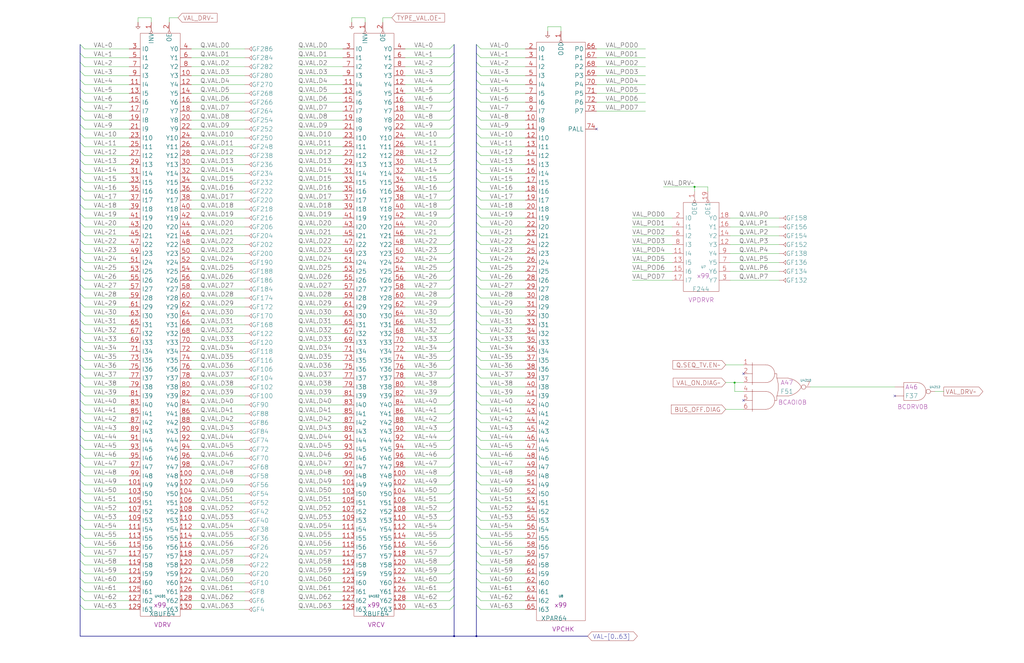
<source format=kicad_sch>
(kicad_sch (version 20230121) (generator eeschema)
  (paper "User" 584.2 378.46)
  (title_block (title "VALUE BUS TRANCEIVERS\\nDATA PORTION") (date "22-MAY-90") (rev "1.0") (comment 1 "SEQUENCER") (comment 2 "232-003064") (comment 3 "S400") (comment 4 "RELEASED"))
  (junction (at 419.1 218.44))
  (junction (at 259.08 363.22))
  (junction (at 396.24 106.68))
  (junction (at 271.78 363.22))
  (no_connect (at 340.36 73.66))
  (no_connect (at 424.18 228.6))
  (no_connect (at 510.54 226.06))
  (no_connect (at 424.18 213.36))
  (bus_entry (at 259.08 116.84) (size -2.54 2.54))
  (bus_entry (at 259.08 309.88) (size -2.54 2.54))
  (bus_entry (at 259.08 335.28) (size -2.54 2.54))
  (bus_entry (at 259.08 40.64) (size -2.54 2.54))
  (bus_entry (at 271.78 203.2) (size 2.54 2.54))
  (bus_entry (at 259.08 162.56) (size -2.54 2.54))
  (bus_entry (at 45.72 157.48) (size 2.54 2.54))
  (bus_entry (at 271.78 25.4) (size 2.54 2.54))
  (bus_entry (at 271.78 35.56) (size 2.54 2.54))
  (bus_entry (at 45.72 243.84) (size 2.54 2.54))
  (bus_entry (at 45.72 111.76) (size 2.54 2.54))
  (bus_entry (at 45.72 86.36) (size 2.54 2.54))
  (bus_entry (at 271.78 223.52) (size 2.54 2.54))
  (bus_entry (at 271.78 248.92) (size 2.54 2.54))
  (bus_entry (at 45.72 132.08) (size 2.54 2.54))
  (bus_entry (at 271.78 86.36) (size 2.54 2.54))
  (bus_entry (at 259.08 55.88) (size -2.54 2.54))
  (bus_entry (at 259.08 86.36) (size -2.54 2.54))
  (bus_entry (at 259.08 254) (size -2.54 2.54))
  (bus_entry (at 45.72 304.8) (size 2.54 2.54))
  (bus_entry (at 271.78 294.64) (size 2.54 2.54))
  (bus_entry (at 259.08 243.84) (size -2.54 2.54))
  (bus_entry (at 271.78 50.8) (size 2.54 2.54))
  (bus_entry (at 259.08 45.72) (size -2.54 2.54))
  (bus_entry (at 271.78 314.96) (size 2.54 2.54))
  (bus_entry (at 259.08 132.08) (size -2.54 2.54))
  (bus_entry (at 45.72 55.88) (size 2.54 2.54))
  (bus_entry (at 45.72 81.28) (size 2.54 2.54))
  (bus_entry (at 45.72 269.24) (size 2.54 2.54))
  (bus_entry (at 259.08 325.12) (size -2.54 2.54))
  (bus_entry (at 259.08 294.64) (size -2.54 2.54))
  (bus_entry (at 259.08 203.2) (size -2.54 2.54))
  (bus_entry (at 271.78 167.64) (size 2.54 2.54))
  (bus_entry (at 259.08 96.52) (size -2.54 2.54))
  (bus_entry (at 45.72 35.56) (size 2.54 2.54))
  (bus_entry (at 259.08 101.6) (size -2.54 2.54))
  (bus_entry (at 271.78 228.6) (size 2.54 2.54))
  (bus_entry (at 271.78 96.52) (size 2.54 2.54))
  (bus_entry (at 271.78 116.84) (size 2.54 2.54))
  (bus_entry (at 259.08 177.8) (size -2.54 2.54))
  (bus_entry (at 259.08 106.68) (size -2.54 2.54))
  (bus_entry (at 259.08 213.36) (size -2.54 2.54))
  (bus_entry (at 271.78 132.08) (size 2.54 2.54))
  (bus_entry (at 271.78 40.64) (size 2.54 2.54))
  (bus_entry (at 271.78 299.72) (size 2.54 2.54))
  (bus_entry (at 45.72 325.12) (size 2.54 2.54))
  (bus_entry (at 45.72 167.64) (size 2.54 2.54))
  (bus_entry (at 271.78 284.48) (size 2.54 2.54))
  (bus_entry (at 259.08 279.4) (size -2.54 2.54))
  (bus_entry (at 259.08 152.4) (size -2.54 2.54))
  (bus_entry (at 259.08 198.12) (size -2.54 2.54))
  (bus_entry (at 45.72 228.6) (size 2.54 2.54))
  (bus_entry (at 45.72 106.68) (size 2.54 2.54))
  (bus_entry (at 271.78 127) (size 2.54 2.54))
  (bus_entry (at 271.78 238.76) (size 2.54 2.54))
  (bus_entry (at 259.08 76.2) (size -2.54 2.54))
  (bus_entry (at 271.78 330.2) (size 2.54 2.54))
  (bus_entry (at 45.72 294.64) (size 2.54 2.54))
  (bus_entry (at 45.72 45.72) (size 2.54 2.54))
  (bus_entry (at 259.08 218.44) (size -2.54 2.54))
  (bus_entry (at 45.72 340.36) (size 2.54 2.54))
  (bus_entry (at 45.72 335.28) (size 2.54 2.54))
  (bus_entry (at 259.08 330.2) (size -2.54 2.54))
  (bus_entry (at 259.08 111.76) (size -2.54 2.54))
  (bus_entry (at 271.78 177.8) (size 2.54 2.54))
  (bus_entry (at 45.72 203.2) (size 2.54 2.54))
  (bus_entry (at 271.78 259.08) (size 2.54 2.54))
  (bus_entry (at 259.08 289.56) (size -2.54 2.54))
  (bus_entry (at 45.72 137.16) (size 2.54 2.54))
  (bus_entry (at 271.78 142.24) (size 2.54 2.54))
  (bus_entry (at 271.78 137.16) (size 2.54 2.54))
  (bus_entry (at 259.08 304.8) (size -2.54 2.54))
  (bus_entry (at 271.78 101.6) (size 2.54 2.54))
  (bus_entry (at 45.72 116.84) (size 2.54 2.54))
  (bus_entry (at 45.72 25.4) (size 2.54 2.54))
  (bus_entry (at 45.72 223.52) (size 2.54 2.54))
  (bus_entry (at 45.72 233.68) (size 2.54 2.54))
  (bus_entry (at 259.08 238.76) (size -2.54 2.54))
  (bus_entry (at 271.78 71.12) (size 2.54 2.54))
  (bus_entry (at 45.72 193.04) (size 2.54 2.54))
  (bus_entry (at 271.78 187.96) (size 2.54 2.54))
  (bus_entry (at 259.08 167.64) (size -2.54 2.54))
  (bus_entry (at 45.72 152.4) (size 2.54 2.54))
  (bus_entry (at 259.08 127) (size -2.54 2.54))
  (bus_entry (at 271.78 198.12) (size 2.54 2.54))
  (bus_entry (at 259.08 248.92) (size -2.54 2.54))
  (bus_entry (at 271.78 254) (size 2.54 2.54))
  (bus_entry (at 259.08 274.32) (size -2.54 2.54))
  (bus_entry (at 259.08 172.72) (size -2.54 2.54))
  (bus_entry (at 271.78 76.2) (size 2.54 2.54))
  (bus_entry (at 45.72 314.96) (size 2.54 2.54))
  (bus_entry (at 259.08 182.88) (size -2.54 2.54))
  (bus_entry (at 45.72 248.92) (size 2.54 2.54))
  (bus_entry (at 271.78 289.56) (size 2.54 2.54))
  (bus_entry (at 45.72 259.08) (size 2.54 2.54))
  (bus_entry (at 271.78 106.68) (size 2.54 2.54))
  (bus_entry (at 45.72 162.56) (size 2.54 2.54))
  (bus_entry (at 271.78 208.28) (size 2.54 2.54))
  (bus_entry (at 259.08 284.48) (size -2.54 2.54))
  (bus_entry (at 259.08 269.24) (size -2.54 2.54))
  (bus_entry (at 271.78 91.44) (size 2.54 2.54))
  (bus_entry (at 45.72 299.72) (size 2.54 2.54))
  (bus_entry (at 259.08 340.36) (size -2.54 2.54))
  (bus_entry (at 271.78 279.4) (size 2.54 2.54))
  (bus_entry (at 45.72 121.92) (size 2.54 2.54))
  (bus_entry (at 45.72 274.32) (size 2.54 2.54))
  (bus_entry (at 45.72 127) (size 2.54 2.54))
  (bus_entry (at 271.78 218.44) (size 2.54 2.54))
  (bus_entry (at 45.72 345.44) (size 2.54 2.54))
  (bus_entry (at 259.08 208.28) (size -2.54 2.54))
  (bus_entry (at 259.08 314.96) (size -2.54 2.54))
  (bus_entry (at 271.78 309.88) (size 2.54 2.54))
  (bus_entry (at 259.08 259.08) (size -2.54 2.54))
  (bus_entry (at 271.78 60.96) (size 2.54 2.54))
  (bus_entry (at 45.72 289.56) (size 2.54 2.54))
  (bus_entry (at 259.08 233.68) (size -2.54 2.54))
  (bus_entry (at 259.08 81.28) (size -2.54 2.54))
  (bus_entry (at 259.08 299.72) (size -2.54 2.54))
  (bus_entry (at 271.78 162.56) (size 2.54 2.54))
  (bus_entry (at 259.08 25.4) (size -2.54 2.54))
  (bus_entry (at 271.78 274.32) (size 2.54 2.54))
  (bus_entry (at 271.78 243.84) (size 2.54 2.54))
  (bus_entry (at 271.78 193.04) (size 2.54 2.54))
  (bus_entry (at 45.72 182.88) (size 2.54 2.54))
  (bus_entry (at 259.08 35.56) (size -2.54 2.54))
  (bus_entry (at 271.78 304.8) (size 2.54 2.54))
  (bus_entry (at 271.78 345.44) (size 2.54 2.54))
  (bus_entry (at 45.72 264.16) (size 2.54 2.54))
  (bus_entry (at 259.08 137.16) (size -2.54 2.54))
  (bus_entry (at 45.72 40.64) (size 2.54 2.54))
  (bus_entry (at 45.72 218.44) (size 2.54 2.54))
  (bus_entry (at 259.08 142.24) (size -2.54 2.54))
  (bus_entry (at 271.78 30.48) (size 2.54 2.54))
  (bus_entry (at 259.08 147.32) (size -2.54 2.54))
  (bus_entry (at 259.08 228.6) (size -2.54 2.54))
  (bus_entry (at 271.78 269.24) (size 2.54 2.54))
  (bus_entry (at 271.78 340.36) (size 2.54 2.54))
  (bus_entry (at 271.78 55.88) (size 2.54 2.54))
  (bus_entry (at 45.72 71.12) (size 2.54 2.54))
  (bus_entry (at 45.72 172.72) (size 2.54 2.54))
  (bus_entry (at 45.72 76.2) (size 2.54 2.54))
  (bus_entry (at 45.72 279.4) (size 2.54 2.54))
  (bus_entry (at 45.72 330.2) (size 2.54 2.54))
  (bus_entry (at 259.08 121.92) (size -2.54 2.54))
  (bus_entry (at 259.08 320.04) (size -2.54 2.54))
  (bus_entry (at 271.78 45.72) (size 2.54 2.54))
  (bus_entry (at 45.72 213.36) (size 2.54 2.54))
  (bus_entry (at 45.72 238.76) (size 2.54 2.54))
  (bus_entry (at 271.78 233.68) (size 2.54 2.54))
  (bus_entry (at 271.78 152.4) (size 2.54 2.54))
  (bus_entry (at 271.78 81.28) (size 2.54 2.54))
  (bus_entry (at 45.72 101.6) (size 2.54 2.54))
  (bus_entry (at 259.08 66.04) (size -2.54 2.54))
  (bus_entry (at 259.08 71.12) (size -2.54 2.54))
  (bus_entry (at 271.78 320.04) (size 2.54 2.54))
  (bus_entry (at 271.78 111.76) (size 2.54 2.54))
  (bus_entry (at 259.08 223.52) (size -2.54 2.54))
  (bus_entry (at 271.78 157.48) (size 2.54 2.54))
  (bus_entry (at 259.08 187.96) (size -2.54 2.54))
  (bus_entry (at 45.72 177.8) (size 2.54 2.54))
  (bus_entry (at 259.08 345.44) (size -2.54 2.54))
  (bus_entry (at 259.08 193.04) (size -2.54 2.54))
  (bus_entry (at 45.72 198.12) (size 2.54 2.54))
  (bus_entry (at 259.08 91.44) (size -2.54 2.54))
  (bus_entry (at 271.78 182.88) (size 2.54 2.54))
  (bus_entry (at 259.08 30.48) (size -2.54 2.54))
  (bus_entry (at 45.72 254) (size 2.54 2.54))
  (bus_entry (at 45.72 320.04) (size 2.54 2.54))
  (bus_entry (at 45.72 66.04) (size 2.54 2.54))
  (bus_entry (at 259.08 157.48) (size -2.54 2.54))
  (bus_entry (at 271.78 325.12) (size 2.54 2.54))
  (bus_entry (at 259.08 264.16) (size -2.54 2.54))
  (bus_entry (at 45.72 147.32) (size 2.54 2.54))
  (bus_entry (at 259.08 50.8) (size -2.54 2.54))
  (bus_entry (at 45.72 208.28) (size 2.54 2.54))
  (bus_entry (at 271.78 147.32) (size 2.54 2.54))
  (bus_entry (at 259.08 60.96) (size -2.54 2.54))
  (bus_entry (at 45.72 96.52) (size 2.54 2.54))
  (bus_entry (at 45.72 284.48) (size 2.54 2.54))
  (bus_entry (at 271.78 213.36) (size 2.54 2.54))
  (bus_entry (at 271.78 335.28) (size 2.54 2.54))
  (bus_entry (at 45.72 30.48) (size 2.54 2.54))
  (bus_entry (at 271.78 172.72) (size 2.54 2.54))
  (bus_entry (at 271.78 66.04) (size 2.54 2.54))
  (bus_entry (at 45.72 60.96) (size 2.54 2.54))
  (bus_entry (at 271.78 264.16) (size 2.54 2.54))
  (bus_entry (at 45.72 187.96) (size 2.54 2.54))
  (bus_entry (at 45.72 91.44) (size 2.54 2.54))
  (bus_entry (at 45.72 309.88) (size 2.54 2.54))
  (bus_entry (at 45.72 142.24) (size 2.54 2.54))
  (bus_entry (at 45.72 50.8) (size 2.54 2.54))
  (bus_entry (at 271.78 121.92) (size 2.54 2.54))
  (bus (pts (xy 45.72 162.56) (xy 45.72 167.64)))
  (wire (pts (xy 139.7 175.26) (xy 109.22 175.26)))
  (wire (pts (xy 416.56 139.7) (xy 444.5 139.7)))
  (wire (pts (xy 231.14 33.02) (xy 256.54 33.02)))
  (wire (pts (xy 231.14 261.62) (xy 256.54 261.62)))
  (bus (pts (xy 271.78 147.32) (xy 271.78 152.4)))
  (wire (pts (xy 170.18 63.5) (xy 195.58 63.5)))
  (wire (pts (xy 231.14 43.18) (xy 256.54 43.18)))
  (wire (pts (xy 274.32 160.02) (xy 299.72 160.02)))
  (bus (pts (xy 271.78 335.28) (xy 271.78 340.36)))
  (wire (pts (xy 170.18 210.82) (xy 195.58 210.82)))
  (bus (pts (xy 45.72 91.44) (xy 45.72 96.52)))
  (wire (pts (xy 73.66 251.46) (xy 48.26 251.46)))
  (wire (pts (xy 170.18 261.62) (xy 195.58 261.62)))
  (wire (pts (xy 73.66 185.42) (xy 48.26 185.42)))
  (bus (pts (xy 259.08 203.2) (xy 259.08 198.12)))
  (bus (pts (xy 259.08 172.72) (xy 259.08 177.8)))
  (bus (pts (xy 271.78 320.04) (xy 271.78 325.12)))
  (wire (pts (xy 139.7 210.82) (xy 109.22 210.82)))
  (wire (pts (xy 73.66 317.5) (xy 48.26 317.5)))
  (wire (pts (xy 139.7 302.26) (xy 109.22 302.26)))
  (wire (pts (xy 274.32 226.06) (xy 299.72 226.06)))
  (wire (pts (xy 274.32 154.94) (xy 299.72 154.94)))
  (bus (pts (xy 271.78 259.08) (xy 271.78 264.16)))
  (bus (pts (xy 45.72 142.24) (xy 45.72 147.32)))
  (wire (pts (xy 170.18 38.1) (xy 195.58 38.1)))
  (wire (pts (xy 231.14 297.18) (xy 256.54 297.18)))
  (bus (pts (xy 259.08 167.64) (xy 259.08 172.72)))
  (bus (pts (xy 259.08 223.52) (xy 259.08 228.6)))
  (wire (pts (xy 73.66 58.42) (xy 48.26 58.42)))
  (wire (pts (xy 139.7 236.22) (xy 109.22 236.22)))
  (bus (pts (xy 45.72 238.76) (xy 45.72 243.84)))
  (bus (pts (xy 271.78 25.4) (xy 271.78 30.48)))
  (bus (pts (xy 271.78 96.52) (xy 271.78 101.6)))
  (bus (pts (xy 271.78 40.64) (xy 271.78 45.72)))
  (bus (pts (xy 271.78 340.36) (xy 271.78 345.44)))
  (bus (pts (xy 271.78 274.32) (xy 271.78 279.4)))
  (wire (pts (xy 73.66 78.74) (xy 48.26 78.74)))
  (bus (pts (xy 45.72 284.48) (xy 45.72 289.56)))
  (bus (pts (xy 45.72 340.36) (xy 45.72 345.44)))
  (bus (pts (xy 45.72 157.48) (xy 45.72 162.56)))
  (wire (pts (xy 274.32 307.34) (xy 299.72 307.34)))
  (wire (pts (xy 274.32 266.7) (xy 299.72 266.7)))
  (bus (pts (xy 45.72 218.44) (xy 45.72 223.52)))
  (wire (pts (xy 139.7 322.58) (xy 109.22 322.58)))
  (wire (pts (xy 274.32 276.86) (xy 299.72 276.86)))
  (wire (pts (xy 139.7 195.58) (xy 109.22 195.58)))
  (bus (pts (xy 259.08 335.28) (xy 259.08 330.2)))
  (bus (pts (xy 259.08 132.08) (xy 259.08 137.16)))
  (bus (pts (xy 259.08 137.16) (xy 259.08 142.24)))
  (wire (pts (xy 139.7 83.82) (xy 109.22 83.82)))
  (wire (pts (xy 86.36 10.16) (xy 86.36 12.7)))
  (bus (pts (xy 271.78 193.04) (xy 271.78 198.12)))
  (bus (pts (xy 271.78 363.22) (xy 259.08 363.22)))
  (bus (pts (xy 259.08 111.76) (xy 259.08 116.84)))
  (bus (pts (xy 45.72 177.8) (xy 45.72 182.88)))
  (wire (pts (xy 170.18 266.7) (xy 195.58 266.7)))
  (wire (pts (xy 419.1 223.52) (xy 419.1 218.44)))
  (wire (pts (xy 231.14 271.78) (xy 256.54 271.78)))
  (wire (pts (xy 73.66 165.1) (xy 48.26 165.1)))
  (wire (pts (xy 139.7 266.7) (xy 109.22 266.7)))
  (bus (pts (xy 259.08 91.44) (xy 259.08 96.52)))
  (wire (pts (xy 170.18 134.62) (xy 195.58 134.62)))
  (bus (pts (xy 271.78 66.04) (xy 271.78 71.12)))
  (bus (pts (xy 45.72 152.4) (xy 45.72 157.48)))
  (wire (pts (xy 73.66 33.02) (xy 48.26 33.02)))
  (wire (pts (xy 73.66 302.26) (xy 48.26 302.26)))
  (wire (pts (xy 416.56 134.62) (xy 444.5 134.62)))
  (bus (pts (xy 271.78 223.52) (xy 271.78 228.6)))
  (bus (pts (xy 45.72 76.2) (xy 45.72 81.28)))
  (bus (pts (xy 271.78 254) (xy 271.78 259.08)))
  (bus (pts (xy 259.08 294.64) (xy 259.08 299.72)))
  (wire (pts (xy 170.18 99.06) (xy 195.58 99.06)))
  (wire (pts (xy 231.14 251.46) (xy 256.54 251.46)))
  (wire (pts (xy 274.32 180.34) (xy 299.72 180.34)))
  (wire (pts (xy 231.14 78.74) (xy 256.54 78.74)))
  (wire (pts (xy 139.7 332.74) (xy 109.22 332.74)))
  (bus (pts (xy 271.78 162.56) (xy 271.78 167.64)))
  (bus (pts (xy 45.72 101.6) (xy 45.72 106.68)))
  (wire (pts (xy 170.18 165.1) (xy 195.58 165.1)))
  (wire (pts (xy 139.7 297.18) (xy 109.22 297.18)))
  (wire (pts (xy 73.66 261.62) (xy 48.26 261.62)))
  (bus (pts (xy 45.72 50.8) (xy 45.72 55.88)))
  (wire (pts (xy 414.02 233.68) (xy 424.18 233.68)))
  (bus (pts (xy 45.72 96.52) (xy 45.72 101.6)))
  (wire (pts (xy 274.32 261.62) (xy 299.72 261.62)))
  (wire (pts (xy 139.7 53.34) (xy 109.22 53.34)))
  (bus (pts (xy 45.72 172.72) (xy 45.72 177.8)))
  (wire (pts (xy 139.7 48.26) (xy 109.22 48.26)))
  (wire (pts (xy 170.18 241.3) (xy 195.58 241.3)))
  (bus (pts (xy 271.78 279.4) (xy 271.78 284.48)))
  (wire (pts (xy 170.18 271.78) (xy 195.58 271.78)))
  (wire (pts (xy 231.14 276.86) (xy 256.54 276.86)))
  (wire (pts (xy 231.14 165.1) (xy 256.54 165.1)))
  (wire (pts (xy 274.32 58.42) (xy 299.72 58.42)))
  (wire (pts (xy 170.18 124.46) (xy 195.58 124.46)))
  (bus (pts (xy 259.08 162.56) (xy 259.08 167.64)))
  (wire (pts (xy 73.66 88.9) (xy 48.26 88.9)))
  (wire (pts (xy 231.14 246.38) (xy 256.54 246.38)))
  (wire (pts (xy 139.7 68.58) (xy 109.22 68.58)))
  (bus (pts (xy 45.72 182.88) (xy 45.72 187.96)))
  (wire (pts (xy 139.7 256.54) (xy 109.22 256.54)))
  (bus (pts (xy 259.08 325.12) (xy 259.08 330.2)))
  (bus (pts (xy 45.72 106.68) (xy 45.72 111.76)))
  (bus (pts (xy 45.72 309.88) (xy 45.72 314.96)))
  (bus (pts (xy 271.78 314.96) (xy 271.78 320.04)))
  (wire (pts (xy 139.7 287.02) (xy 109.22 287.02)))
  (wire (pts (xy 274.32 337.82) (xy 299.72 337.82)))
  (wire (pts (xy 360.68 149.86) (xy 383.54 149.86)))
  (wire (pts (xy 274.32 281.94) (xy 299.72 281.94)))
  (wire (pts (xy 78.74 12.7) (xy 78.74 10.16)))
  (wire (pts (xy 73.66 337.82) (xy 48.26 337.82)))
  (bus (pts (xy 45.72 325.12) (xy 45.72 330.2)))
  (wire (pts (xy 170.18 78.74) (xy 195.58 78.74)))
  (wire (pts (xy 231.14 256.54) (xy 256.54 256.54)))
  (bus (pts (xy 271.78 182.88) (xy 271.78 187.96)))
  (wire (pts (xy 73.66 215.9) (xy 48.26 215.9)))
  (wire (pts (xy 231.14 129.54) (xy 256.54 129.54)))
  (bus (pts (xy 45.72 248.92) (xy 45.72 254)))
  (wire (pts (xy 170.18 33.02) (xy 195.58 33.02)))
  (bus (pts (xy 271.78 330.2) (xy 271.78 335.28)))
  (wire (pts (xy 73.66 83.82) (xy 48.26 83.82)))
  (wire (pts (xy 170.18 48.26) (xy 195.58 48.26)))
  (wire (pts (xy 274.32 200.66) (xy 299.72 200.66)))
  (bus (pts (xy 259.08 182.88) (xy 259.08 187.96)))
  (wire (pts (xy 170.18 281.94) (xy 195.58 281.94)))
  (bus (pts (xy 259.08 284.48) (xy 259.08 289.56)))
  (bus (pts (xy 45.72 203.2) (xy 45.72 208.28)))
  (wire (pts (xy 73.66 175.26) (xy 48.26 175.26)))
  (wire (pts (xy 360.68 124.46) (xy 383.54 124.46)))
  (wire (pts (xy 231.14 160.02) (xy 256.54 160.02)))
  (wire (pts (xy 73.66 281.94) (xy 48.26 281.94)))
  (bus (pts (xy 271.78 299.72) (xy 271.78 304.8)))
  (wire (pts (xy 139.7 337.82) (xy 109.22 337.82)))
  (wire (pts (xy 274.32 114.3) (xy 299.72 114.3)))
  (wire (pts (xy 231.14 175.26) (xy 256.54 175.26)))
  (wire (pts (xy 170.18 119.38) (xy 195.58 119.38)))
  (bus (pts (xy 45.72 132.08) (xy 45.72 137.16)))
  (wire (pts (xy 231.14 134.62) (xy 256.54 134.62)))
  (wire (pts (xy 73.66 327.66) (xy 48.26 327.66)))
  (bus (pts (xy 259.08 213.36) (xy 259.08 218.44)))
  (wire (pts (xy 170.18 114.3) (xy 195.58 114.3)))
  (bus (pts (xy 45.72 86.36) (xy 45.72 91.44)))
  (wire (pts (xy 170.18 185.42) (xy 195.58 185.42)))
  (bus (pts (xy 259.08 30.48) (xy 259.08 35.56)))
  (bus (pts (xy 259.08 274.32) (xy 259.08 279.4)))
  (wire (pts (xy 340.36 43.18) (xy 368.3 43.18)))
  (wire (pts (xy 73.66 38.1) (xy 48.26 38.1)))
  (wire (pts (xy 170.18 93.98) (xy 195.58 93.98)))
  (wire (pts (xy 274.32 124.46) (xy 299.72 124.46)))
  (bus (pts (xy 259.08 279.4) (xy 259.08 284.48)))
  (wire (pts (xy 139.7 165.1) (xy 109.22 165.1)))
  (wire (pts (xy 170.18 327.66) (xy 195.58 327.66)))
  (wire (pts (xy 231.14 236.22) (xy 256.54 236.22)))
  (bus (pts (xy 271.78 86.36) (xy 271.78 91.44)))
  (wire (pts (xy 223.52 10.16) (xy 218.44 10.16)))
  (bus (pts (xy 271.78 35.56) (xy 271.78 40.64)))
  (bus (pts (xy 271.78 91.44) (xy 271.78 96.52)))
  (bus (pts (xy 271.78 127) (xy 271.78 132.08)))
  (wire (pts (xy 73.66 53.34) (xy 48.26 53.34)))
  (bus (pts (xy 259.08 238.76) (xy 259.08 243.84)))
  (bus (pts (xy 271.78 30.48) (xy 271.78 35.56)))
  (wire (pts (xy 170.18 287.02) (xy 195.58 287.02)))
  (bus (pts (xy 271.78 71.12) (xy 271.78 76.2)))
  (wire (pts (xy 274.32 297.18) (xy 299.72 297.18)))
  (wire (pts (xy 274.32 210.82) (xy 299.72 210.82)))
  (bus (pts (xy 45.72 35.56) (xy 45.72 40.64)))
  (wire (pts (xy 139.7 200.66) (xy 109.22 200.66)))
  (wire (pts (xy 170.18 170.18) (xy 195.58 170.18)))
  (wire (pts (xy 73.66 307.34) (xy 48.26 307.34)))
  (wire (pts (xy 274.32 302.26) (xy 299.72 302.26)))
  (wire (pts (xy 73.66 93.98) (xy 48.26 93.98)))
  (wire (pts (xy 274.32 48.26) (xy 299.72 48.26)))
  (bus (pts (xy 45.72 279.4) (xy 45.72 284.48)))
  (wire (pts (xy 231.14 104.14) (xy 256.54 104.14)))
  (wire (pts (xy 139.7 114.3) (xy 109.22 114.3)))
  (bus (pts (xy 271.78 325.12) (xy 271.78 330.2)))
  (wire (pts (xy 231.14 302.26) (xy 256.54 302.26)))
  (bus (pts (xy 271.78 233.68) (xy 271.78 238.76)))
  (wire (pts (xy 139.7 78.74) (xy 109.22 78.74)))
  (wire (pts (xy 170.18 297.18) (xy 195.58 297.18)))
  (wire (pts (xy 170.18 175.26) (xy 195.58 175.26)))
  (bus (pts (xy 259.08 289.56) (xy 259.08 294.64)))
  (wire (pts (xy 274.32 175.26) (xy 299.72 175.26)))
  (wire (pts (xy 274.32 73.66) (xy 299.72 73.66)))
  (wire (pts (xy 139.7 205.74) (xy 109.22 205.74)))
  (wire (pts (xy 340.36 27.94) (xy 368.3 27.94)))
  (wire (pts (xy 170.18 180.34) (xy 195.58 180.34)))
  (wire (pts (xy 139.7 99.06) (xy 109.22 99.06)))
  (bus (pts (xy 259.08 76.2) (xy 259.08 81.28)))
  (wire (pts (xy 231.14 327.66) (xy 256.54 327.66)))
  (bus (pts (xy 259.08 218.44) (xy 259.08 223.52)))
  (bus (pts (xy 271.78 60.96) (xy 271.78 66.04)))
  (wire (pts (xy 139.7 251.46) (xy 109.22 251.46)))
  (bus (pts (xy 45.72 60.96) (xy 45.72 66.04)))
  (bus (pts (xy 259.08 60.96) (xy 259.08 66.04)))
  (wire (pts (xy 424.18 223.52) (xy 419.1 223.52)))
  (wire (pts (xy 231.14 68.58) (xy 256.54 68.58)))
  (wire (pts (xy 73.66 210.82) (xy 48.26 210.82)))
  (bus (pts (xy 259.08 142.24) (xy 259.08 147.32)))
  (bus (pts (xy 259.08 314.96) (xy 259.08 320.04)))
  (wire (pts (xy 139.7 347.98) (xy 109.22 347.98)))
  (wire (pts (xy 170.18 154.94) (xy 195.58 154.94)))
  (wire (pts (xy 274.32 83.82) (xy 299.72 83.82)))
  (wire (pts (xy 170.18 337.82) (xy 195.58 337.82)))
  (bus (pts (xy 45.72 147.32) (xy 45.72 152.4)))
  (wire (pts (xy 274.32 53.34) (xy 299.72 53.34)))
  (wire (pts (xy 170.18 302.26) (xy 195.58 302.26)))
  (wire (pts (xy 170.18 292.1) (xy 195.58 292.1)))
  (wire (pts (xy 170.18 43.18) (xy 195.58 43.18)))
  (wire (pts (xy 378.46 106.68) (xy 396.24 106.68)))
  (wire (pts (xy 139.7 104.14) (xy 109.22 104.14)))
  (wire (pts (xy 274.32 165.1) (xy 299.72 165.1)))
  (bus (pts (xy 259.08 157.48) (xy 259.08 162.56)))
  (bus (pts (xy 259.08 233.68) (xy 259.08 238.76)))
  (bus (pts (xy 271.78 213.36) (xy 271.78 218.44)))
  (wire (pts (xy 139.7 312.42) (xy 109.22 312.42)))
  (bus (pts (xy 271.78 208.28) (xy 271.78 213.36)))
  (wire (pts (xy 274.32 104.14) (xy 299.72 104.14)))
  (wire (pts (xy 419.1 218.44) (xy 424.18 218.44)))
  (wire (pts (xy 73.66 149.86) (xy 48.26 149.86)))
  (wire (pts (xy 139.7 241.3) (xy 109.22 241.3)))
  (bus (pts (xy 45.72 25.4) (xy 45.72 30.48)))
  (bus (pts (xy 271.78 116.84) (xy 271.78 121.92)))
  (wire (pts (xy 231.14 170.18) (xy 256.54 170.18)))
  (wire (pts (xy 274.32 312.42) (xy 299.72 312.42)))
  (wire (pts (xy 139.7 281.94) (xy 109.22 281.94)))
  (wire (pts (xy 414.02 218.44) (xy 419.1 218.44)))
  (wire (pts (xy 231.14 347.98) (xy 256.54 347.98)))
  (wire (pts (xy 403.86 109.22) (xy 403.86 106.68)))
  (wire (pts (xy 231.14 58.42) (xy 256.54 58.42)))
  (bus (pts (xy 271.78 45.72) (xy 271.78 50.8)))
  (wire (pts (xy 170.18 332.74) (xy 195.58 332.74)))
  (wire (pts (xy 340.36 33.02) (xy 368.3 33.02)))
  (bus (pts (xy 271.78 304.8) (xy 271.78 309.88)))
  (bus (pts (xy 271.78 50.8) (xy 271.78 55.88)))
  (bus (pts (xy 271.78 167.64) (xy 271.78 172.72)))
  (wire (pts (xy 170.18 58.42) (xy 195.58 58.42)))
  (wire (pts (xy 274.32 292.1) (xy 299.72 292.1)))
  (wire (pts (xy 139.7 38.1) (xy 109.22 38.1)))
  (bus (pts (xy 259.08 309.88) (xy 259.08 314.96)))
  (wire (pts (xy 139.7 170.18) (xy 109.22 170.18)))
  (wire (pts (xy 139.7 134.62) (xy 109.22 134.62)))
  (wire (pts (xy 73.66 139.7) (xy 48.26 139.7)))
  (wire (pts (xy 73.66 190.5) (xy 48.26 190.5)))
  (wire (pts (xy 170.18 215.9) (xy 195.58 215.9)))
  (bus (pts (xy 271.78 218.44) (xy 271.78 223.52)))
  (bus (pts (xy 259.08 25.4) (xy 259.08 30.48)))
  (wire (pts (xy 231.14 109.22) (xy 256.54 109.22)))
  (bus (pts (xy 271.78 228.6) (xy 271.78 233.68)))
  (bus (pts (xy 259.08 71.12) (xy 259.08 76.2)))
  (bus (pts (xy 259.08 177.8) (xy 259.08 182.88)))
  (wire (pts (xy 139.7 119.38) (xy 109.22 119.38)))
  (bus (pts (xy 45.72 213.36) (xy 45.72 218.44)))
  (wire (pts (xy 231.14 119.38) (xy 256.54 119.38)))
  (bus (pts (xy 271.78 106.68) (xy 271.78 111.76)))
  (wire (pts (xy 231.14 99.06) (xy 256.54 99.06)))
  (wire (pts (xy 170.18 342.9) (xy 195.58 342.9)))
  (wire (pts (xy 139.7 246.38) (xy 109.22 246.38)))
  (bus (pts (xy 45.72 243.84) (xy 45.72 248.92)))
  (wire (pts (xy 416.56 154.94) (xy 444.5 154.94)))
  (bus (pts (xy 259.08 121.92) (xy 259.08 127)))
  (bus (pts (xy 45.72 208.28) (xy 45.72 213.36)))
  (bus (pts (xy 271.78 76.2) (xy 271.78 81.28)))
  (bus (pts (xy 271.78 345.44) (xy 271.78 363.22)))
  (wire (pts (xy 170.18 317.5) (xy 195.58 317.5)))
  (wire (pts (xy 73.66 144.78) (xy 48.26 144.78)))
  (wire (pts (xy 73.66 256.54) (xy 48.26 256.54)))
  (wire (pts (xy 139.7 129.54) (xy 109.22 129.54)))
  (wire (pts (xy 139.7 185.42) (xy 109.22 185.42)))
  (wire (pts (xy 274.32 256.54) (xy 299.72 256.54)))
  (wire (pts (xy 462.28 220.98) (xy 510.54 220.98)))
  (bus (pts (xy 259.08 243.84) (xy 259.08 248.92)))
  (wire (pts (xy 416.56 160.02) (xy 444.5 160.02)))
  (wire (pts (xy 231.14 210.82) (xy 256.54 210.82)))
  (wire (pts (xy 170.18 109.22) (xy 195.58 109.22)))
  (wire (pts (xy 170.18 322.58) (xy 195.58 322.58)))
  (bus (pts (xy 45.72 269.24) (xy 45.72 274.32)))
  (bus (pts (xy 259.08 147.32) (xy 259.08 152.4)))
  (wire (pts (xy 73.66 205.74) (xy 48.26 205.74)))
  (bus (pts (xy 45.72 121.92) (xy 45.72 127)))
  (wire (pts (xy 340.36 63.5) (xy 368.3 63.5)))
  (wire (pts (xy 170.18 144.78) (xy 195.58 144.78)))
  (wire (pts (xy 73.66 195.58) (xy 48.26 195.58)))
  (bus (pts (xy 45.72 66.04) (xy 45.72 71.12)))
  (bus (pts (xy 45.72 289.56) (xy 45.72 294.64)))
  (wire (pts (xy 170.18 104.14) (xy 195.58 104.14)))
  (bus (pts (xy 271.78 55.88) (xy 271.78 60.96)))
  (wire (pts (xy 139.7 261.62) (xy 109.22 261.62)))
  (bus (pts (xy 271.78 284.48) (xy 271.78 289.56)))
  (wire (pts (xy 73.66 347.98) (xy 48.26 347.98)))
  (bus (pts (xy 259.08 116.84) (xy 259.08 121.92)))
  (bus (pts (xy 259.08 269.24) (xy 259.08 274.32)))
  (wire (pts (xy 231.14 332.74) (xy 256.54 332.74)))
  (wire (pts (xy 170.18 68.58) (xy 195.58 68.58)))
  (wire (pts (xy 274.32 342.9) (xy 299.72 342.9)))
  (wire (pts (xy 274.32 170.18) (xy 299.72 170.18)))
  (bus (pts (xy 271.78 157.48) (xy 271.78 162.56)))
  (wire (pts (xy 139.7 124.46) (xy 109.22 124.46)))
  (wire (pts (xy 231.14 88.9) (xy 256.54 88.9)))
  (bus (pts (xy 45.72 264.16) (xy 45.72 269.24)))
  (bus (pts (xy 271.78 309.88) (xy 271.78 314.96)))
  (wire (pts (xy 170.18 88.9) (xy 195.58 88.9)))
  (wire (pts (xy 170.18 83.82) (xy 195.58 83.82)))
  (wire (pts (xy 416.56 129.54) (xy 444.5 129.54)))
  (wire (pts (xy 274.32 241.3) (xy 299.72 241.3)))
  (wire (pts (xy 231.14 27.94) (xy 256.54 27.94)))
  (wire (pts (xy 73.66 246.38) (xy 48.26 246.38)))
  (wire (pts (xy 170.18 160.02) (xy 195.58 160.02)))
  (bus (pts (xy 259.08 320.04) (xy 259.08 325.12)))
  (bus (pts (xy 45.72 71.12) (xy 45.72 76.2)))
  (bus (pts (xy 271.78 137.16) (xy 271.78 142.24)))
  (wire (pts (xy 360.68 134.62) (xy 383.54 134.62)))
  (bus (pts (xy 45.72 167.64) (xy 45.72 172.72)))
  (wire (pts (xy 360.68 160.02) (xy 383.54 160.02)))
  (wire (pts (xy 73.66 231.14) (xy 48.26 231.14)))
  (wire (pts (xy 73.66 312.42) (xy 48.26 312.42)))
  (bus (pts (xy 259.08 363.22) (xy 45.72 363.22)))
  (wire (pts (xy 139.7 58.42) (xy 109.22 58.42)))
  (wire (pts (xy 274.32 322.58) (xy 299.72 322.58)))
  (wire (pts (xy 274.32 347.98) (xy 299.72 347.98)))
  (wire (pts (xy 73.66 68.58) (xy 48.26 68.58)))
  (wire (pts (xy 73.66 266.7) (xy 48.26 266.7)))
  (wire (pts (xy 274.32 33.02) (xy 299.72 33.02)))
  (wire (pts (xy 360.68 129.54) (xy 383.54 129.54)))
  (wire (pts (xy 414.02 208.28) (xy 424.18 208.28)))
  (wire (pts (xy 139.7 88.9) (xy 109.22 88.9)))
  (wire (pts (xy 139.7 33.02) (xy 109.22 33.02)))
  (wire (pts (xy 170.18 205.74) (xy 195.58 205.74)))
  (bus (pts (xy 45.72 228.6) (xy 45.72 233.68)))
  (bus (pts (xy 271.78 238.76) (xy 271.78 243.84)))
  (wire (pts (xy 231.14 200.66) (xy 256.54 200.66)))
  (wire (pts (xy 139.7 27.94) (xy 109.22 27.94)))
  (wire (pts (xy 73.66 220.98) (xy 48.26 220.98)))
  (bus (pts (xy 271.78 264.16) (xy 271.78 269.24)))
  (bus (pts (xy 45.72 223.52) (xy 45.72 228.6)))
  (wire (pts (xy 231.14 38.1) (xy 256.54 38.1)))
  (bus (pts (xy 259.08 208.28) (xy 259.08 203.2)))
  (wire (pts (xy 139.7 220.98) (xy 109.22 220.98)))
  (bus (pts (xy 45.72 274.32) (xy 45.72 279.4)))
  (bus (pts (xy 259.08 299.72) (xy 259.08 304.8)))
  (bus (pts (xy 45.72 116.84) (xy 45.72 121.92)))
  (wire (pts (xy 73.66 43.18) (xy 48.26 43.18)))
  (wire (pts (xy 170.18 226.06) (xy 195.58 226.06)))
  (wire (pts (xy 73.66 297.18) (xy 48.26 297.18)))
  (bus (pts (xy 259.08 106.68) (xy 259.08 111.76)))
  (wire (pts (xy 231.14 287.02) (xy 256.54 287.02)))
  (bus (pts (xy 259.08 66.04) (xy 259.08 71.12)))
  (bus (pts (xy 271.78 289.56) (xy 271.78 294.64)))
  (bus (pts (xy 271.78 203.2) (xy 271.78 208.28)))
  (wire (pts (xy 139.7 231.14) (xy 109.22 231.14)))
  (bus (pts (xy 45.72 314.96) (xy 45.72 320.04)))
  (wire (pts (xy 416.56 124.46) (xy 444.5 124.46)))
  (wire (pts (xy 78.74 10.16) (xy 86.36 10.16)))
  (bus (pts (xy 45.72 320.04) (xy 45.72 325.12)))
  (wire (pts (xy 170.18 139.7) (xy 195.58 139.7)))
  (wire (pts (xy 274.32 63.5) (xy 299.72 63.5)))
  (wire (pts (xy 139.7 73.66) (xy 109.22 73.66)))
  (wire (pts (xy 170.18 73.66) (xy 195.58 73.66)))
  (wire (pts (xy 231.14 266.7) (xy 256.54 266.7)))
  (wire (pts (xy 208.28 10.16) (xy 208.28 12.7)))
  (wire (pts (xy 231.14 144.78) (xy 256.54 144.78)))
  (wire (pts (xy 139.7 154.94) (xy 109.22 154.94)))
  (wire (pts (xy 274.32 195.58) (xy 299.72 195.58)))
  (wire (pts (xy 274.32 246.38) (xy 299.72 246.38)))
  (wire (pts (xy 533.4 223.52) (xy 538.48 223.52)))
  (wire (pts (xy 73.66 170.18) (xy 48.26 170.18)))
  (wire (pts (xy 73.66 200.66) (xy 48.26 200.66)))
  (wire (pts (xy 231.14 241.3) (xy 256.54 241.3)))
  (wire (pts (xy 139.7 342.9) (xy 109.22 342.9)))
  (wire (pts (xy 416.56 144.78) (xy 444.5 144.78)))
  (wire (pts (xy 170.18 195.58) (xy 195.58 195.58)))
  (wire (pts (xy 231.14 220.98) (xy 256.54 220.98)))
  (wire (pts (xy 231.14 307.34) (xy 256.54 307.34)))
  (wire (pts (xy 231.14 185.42) (xy 256.54 185.42)))
  (bus (pts (xy 259.08 127) (xy 259.08 132.08)))
  (wire (pts (xy 73.66 73.66) (xy 48.26 73.66)))
  (wire (pts (xy 274.32 287.02) (xy 299.72 287.02)))
  (wire (pts (xy 360.68 139.7) (xy 383.54 139.7)))
  (bus (pts (xy 45.72 363.22) (xy 45.72 345.44)))
  (wire (pts (xy 73.66 332.74) (xy 48.26 332.74)))
  (wire (pts (xy 170.18 236.22) (xy 195.58 236.22)))
  (wire (pts (xy 231.14 195.58) (xy 256.54 195.58)))
  (bus (pts (xy 45.72 198.12) (xy 45.72 203.2)))
  (wire (pts (xy 231.14 73.66) (xy 256.54 73.66)))
  (wire (pts (xy 274.32 271.78) (xy 299.72 271.78)))
  (wire (pts (xy 73.66 342.9) (xy 48.26 342.9)))
  (wire (pts (xy 274.32 251.46) (xy 299.72 251.46)))
  (wire (pts (xy 231.14 205.74) (xy 256.54 205.74)))
  (wire (pts (xy 274.32 185.42) (xy 299.72 185.42)))
  (bus (pts (xy 45.72 40.64) (xy 45.72 45.72)))
  (wire (pts (xy 274.32 327.66) (xy 299.72 327.66)))
  (bus (pts (xy 259.08 335.28) (xy 259.08 340.36)))
  (wire (pts (xy 231.14 180.34) (xy 256.54 180.34)))
  (bus (pts (xy 271.78 243.84) (xy 271.78 248.92)))
  (wire (pts (xy 231.14 139.7) (xy 256.54 139.7)))
  (wire (pts (xy 231.14 215.9) (xy 256.54 215.9)))
  (wire (pts (xy 231.14 154.94) (xy 256.54 154.94)))
  (wire (pts (xy 139.7 307.34) (xy 109.22 307.34)))
  (wire (pts (xy 139.7 226.06) (xy 109.22 226.06)))
  (wire (pts (xy 139.7 93.98) (xy 109.22 93.98)))
  (wire (pts (xy 73.66 322.58) (xy 48.26 322.58)))
  (wire (pts (xy 340.36 53.34) (xy 368.3 53.34)))
  (bus (pts (xy 259.08 363.22) (xy 259.08 345.44)))
  (wire (pts (xy 139.7 327.66) (xy 109.22 327.66)))
  (bus (pts (xy 271.78 269.24) (xy 271.78 274.32)))
  (wire (pts (xy 170.18 149.86) (xy 195.58 149.86)))
  (wire (pts (xy 73.66 104.14) (xy 48.26 104.14)))
  (wire (pts (xy 340.36 38.1) (xy 368.3 38.1)))
  (wire (pts (xy 170.18 347.98) (xy 195.58 347.98)))
  (wire (pts (xy 73.66 129.54) (xy 48.26 129.54)))
  (wire (pts (xy 170.18 27.94) (xy 195.58 27.94)))
  (bus (pts (xy 271.78 121.92) (xy 271.78 127)))
  (wire (pts (xy 274.32 332.74) (xy 299.72 332.74)))
  (bus (pts (xy 45.72 137.16) (xy 45.72 142.24)))
  (wire (pts (xy 73.66 160.02) (xy 48.26 160.02)))
  (wire (pts (xy 231.14 190.5) (xy 256.54 190.5)))
  (bus (pts (xy 259.08 101.6) (xy 259.08 106.68)))
  (bus (pts (xy 45.72 259.08) (xy 45.72 264.16)))
  (bus (pts (xy 271.78 81.28) (xy 271.78 86.36)))
  (wire (pts (xy 274.32 78.74) (xy 299.72 78.74)))
  (wire (pts (xy 96.52 10.16) (xy 96.52 12.7)))
  (wire (pts (xy 360.68 154.94) (xy 383.54 154.94)))
  (bus (pts (xy 259.08 254) (xy 259.08 259.08)))
  (wire (pts (xy 312.42 17.78) (xy 312.42 15.24)))
  (wire (pts (xy 73.66 114.3) (xy 48.26 114.3)))
  (wire (pts (xy 231.14 342.9) (xy 256.54 342.9)))
  (wire (pts (xy 73.66 236.22) (xy 48.26 236.22)))
  (wire (pts (xy 396.24 106.68) (xy 403.86 106.68)))
  (wire (pts (xy 340.36 48.26) (xy 368.3 48.26)))
  (wire (pts (xy 139.7 180.34) (xy 109.22 180.34)))
  (wire (pts (xy 170.18 129.54) (xy 195.58 129.54)))
  (wire (pts (xy 170.18 220.98) (xy 195.58 220.98)))
  (bus (pts (xy 259.08 304.8) (xy 259.08 309.88)))
  (wire (pts (xy 139.7 317.5) (xy 109.22 317.5)))
  (wire (pts (xy 274.32 317.5) (xy 299.72 317.5)))
  (wire (pts (xy 170.18 246.38) (xy 195.58 246.38)))
  (wire (pts (xy 170.18 200.66) (xy 195.58 200.66)))
  (wire (pts (xy 73.66 99.06) (xy 48.26 99.06)))
  (wire (pts (xy 73.66 241.3) (xy 48.26 241.3)))
  (bus (pts (xy 45.72 111.76) (xy 45.72 116.84)))
  (wire (pts (xy 274.32 27.94) (xy 299.72 27.94)))
  (bus (pts (xy 271.78 101.6) (xy 271.78 106.68)))
  (bus (pts (xy 271.78 142.24) (xy 271.78 147.32)))
  (wire (pts (xy 360.68 144.78) (xy 383.54 144.78)))
  (wire (pts (xy 231.14 226.06) (xy 256.54 226.06)))
  (wire (pts (xy 73.66 226.06) (xy 48.26 226.06)))
  (bus (pts (xy 271.78 248.92) (xy 271.78 254)))
  (bus (pts (xy 259.08 86.36) (xy 259.08 91.44)))
  (bus (pts (xy 259.08 40.64) (xy 259.08 45.72)))
  (wire (pts (xy 170.18 53.34) (xy 195.58 53.34)))
  (bus (pts (xy 45.72 304.8) (xy 45.72 309.88)))
  (wire (pts (xy 274.32 205.74) (xy 299.72 205.74)))
  (bus (pts (xy 259.08 55.88) (xy 259.08 60.96)))
  (bus (pts (xy 259.08 152.4) (xy 259.08 157.48)))
  (wire (pts (xy 274.32 93.98) (xy 299.72 93.98)))
  (bus (pts (xy 45.72 55.88) (xy 45.72 60.96)))
  (bus (pts (xy 259.08 213.36) (xy 259.08 208.28)))
  (wire (pts (xy 139.7 276.86) (xy 109.22 276.86)))
  (wire (pts (xy 396.24 106.68) (xy 396.24 109.22)))
  (wire (pts (xy 170.18 312.42) (xy 195.58 312.42)))
  (wire (pts (xy 73.66 292.1) (xy 48.26 292.1)))
  (bus (pts (xy 259.08 50.8) (xy 259.08 55.88)))
  (wire (pts (xy 170.18 276.86) (xy 195.58 276.86)))
  (wire (pts (xy 73.66 271.78) (xy 48.26 271.78)))
  (bus (pts (xy 259.08 340.36) (xy 259.08 345.44)))
  (wire (pts (xy 139.7 63.5) (xy 109.22 63.5)))
  (wire (pts (xy 231.14 53.34) (xy 256.54 53.34)))
  (wire (pts (xy 231.14 292.1) (xy 256.54 292.1)))
  (bus (pts (xy 45.72 187.96) (xy 45.72 193.04)))
  (bus (pts (xy 45.72 30.48) (xy 45.72 35.56)))
  (wire (pts (xy 274.32 139.7) (xy 299.72 139.7)))
  (bus (pts (xy 271.78 187.96) (xy 271.78 193.04)))
  (wire (pts (xy 73.66 63.5) (xy 48.26 63.5)))
  (wire (pts (xy 139.7 271.78) (xy 109.22 271.78)))
  (bus (pts (xy 45.72 127) (xy 45.72 132.08)))
  (bus (pts (xy 259.08 187.96) (xy 259.08 193.04)))
  (wire (pts (xy 200.66 10.16) (xy 208.28 10.16)))
  (wire (pts (xy 218.44 10.16) (xy 218.44 12.7)))
  (wire (pts (xy 274.32 109.22) (xy 299.72 109.22)))
  (wire (pts (xy 274.32 220.98) (xy 299.72 220.98)))
  (wire (pts (xy 73.66 119.38) (xy 48.26 119.38)))
  (wire (pts (xy 274.32 129.54) (xy 299.72 129.54)))
  (wire (pts (xy 139.7 190.5) (xy 109.22 190.5)))
  (bus (pts (xy 259.08 228.6) (xy 259.08 233.68)))
  (wire (pts (xy 231.14 281.94) (xy 256.54 281.94)))
  (bus (pts (xy 45.72 299.72) (xy 45.72 304.8)))
  (bus (pts (xy 45.72 294.64) (xy 45.72 299.72)))
  (bus (pts (xy 271.78 198.12) (xy 271.78 203.2)))
  (wire (pts (xy 274.32 236.22) (xy 299.72 236.22)))
  (wire (pts (xy 73.66 134.62) (xy 48.26 134.62)))
  (wire (pts (xy 231.14 312.42) (xy 256.54 312.42)))
  (wire (pts (xy 416.56 149.86) (xy 444.5 149.86)))
  (wire (pts (xy 340.36 58.42) (xy 368.3 58.42)))
  (wire (pts (xy 73.66 276.86) (xy 48.26 276.86)))
  (wire (pts (xy 170.18 256.54) (xy 195.58 256.54)))
  (wire (pts (xy 139.7 149.86) (xy 109.22 149.86)))
  (wire (pts (xy 274.32 88.9) (xy 299.72 88.9)))
  (wire (pts (xy 231.14 93.98) (xy 256.54 93.98)))
  (wire (pts (xy 139.7 144.78) (xy 109.22 144.78)))
  (wire (pts (xy 274.32 134.62) (xy 299.72 134.62)))
  (bus (pts (xy 45.72 335.28) (xy 45.72 340.36)))
  (bus (pts (xy 271.78 177.8) (xy 271.78 182.88)))
  (bus (pts (xy 271.78 132.08) (xy 271.78 137.16)))
  (wire (pts (xy 274.32 215.9) (xy 299.72 215.9)))
  (wire (pts (xy 274.32 99.06) (xy 299.72 99.06)))
  (bus (pts (xy 259.08 264.16) (xy 259.08 269.24)))
  (wire (pts (xy 200.66 12.7) (xy 200.66 10.16)))
  (wire (pts (xy 170.18 231.14) (xy 195.58 231.14)))
  (wire (pts (xy 139.7 292.1) (xy 109.22 292.1)))
  (bus (pts (xy 45.72 45.72) (xy 45.72 50.8)))
  (wire (pts (xy 231.14 337.82) (xy 256.54 337.82)))
  (wire (pts (xy 231.14 322.58) (xy 256.54 322.58)))
  (wire (pts (xy 170.18 190.5) (xy 195.58 190.5)))
  (wire (pts (xy 73.66 154.94) (xy 48.26 154.94)))
  (bus (pts (xy 45.72 81.28) (xy 45.72 86.36)))
  (bus (pts (xy 45.72 254) (xy 45.72 259.08)))
  (wire (pts (xy 101.6 10.16) (xy 96.52 10.16)))
  (bus (pts (xy 259.08 259.08) (xy 259.08 264.16)))
  (bus (pts (xy 259.08 248.92) (xy 259.08 254)))
  (bus (pts (xy 259.08 193.04) (xy 259.08 198.12)))
  (bus (pts (xy 259.08 45.72) (xy 259.08 50.8)))
  (bus (pts (xy 259.08 81.28) (xy 259.08 86.36)))
  (wire (pts (xy 170.18 251.46) (xy 195.58 251.46)))
  (bus (pts (xy 259.08 35.56) (xy 259.08 40.64)))
  (wire (pts (xy 231.14 114.3) (xy 256.54 114.3)))
  (wire (pts (xy 231.14 317.5) (xy 256.54 317.5)))
  (wire (pts (xy 312.42 15.24) (xy 320.04 15.24)))
  (wire (pts (xy 274.32 119.38) (xy 299.72 119.38)))
  (wire (pts (xy 73.66 27.94) (xy 48.26 27.94)))
  (wire (pts (xy 231.14 124.46) (xy 256.54 124.46)))
  (bus (pts (xy 271.78 152.4) (xy 271.78 157.48)))
  (wire (pts (xy 231.14 231.14) (xy 256.54 231.14)))
  (wire (pts (xy 320.04 15.24) (xy 320.04 17.78)))
  (wire (pts (xy 274.32 68.58) (xy 299.72 68.58)))
  (bus (pts (xy 45.72 193.04) (xy 45.72 198.12)))
  (wire (pts (xy 139.7 139.7) (xy 109.22 139.7)))
  (bus (pts (xy 271.78 363.22) (xy 335.28 363.22)))
  (wire (pts (xy 274.32 38.1) (xy 299.72 38.1)))
  (wire (pts (xy 274.32 144.78) (xy 299.72 144.78)))
  (bus (pts (xy 45.72 330.2) (xy 45.72 335.28)))
  (wire (pts (xy 274.32 43.18) (xy 299.72 43.18)))
  (wire (pts (xy 73.66 124.46) (xy 48.26 124.46)))
  (wire (pts (xy 139.7 215.9) (xy 109.22 215.9)))
  (bus (pts (xy 259.08 101.6) (xy 259.08 96.52)))
  (wire (pts (xy 274.32 190.5) (xy 299.72 190.5)))
  (bus (pts (xy 271.78 172.72) (xy 271.78 177.8)))
  (wire (pts (xy 231.14 63.5) (xy 256.54 63.5)))
  (wire (pts (xy 274.32 231.14) (xy 299.72 231.14)))
  (wire (pts (xy 139.7 43.18) (xy 109.22 43.18)))
  (wire (pts (xy 139.7 109.22) (xy 109.22 109.22)))
  (wire (pts (xy 231.14 83.82) (xy 256.54 83.82)))
  (wire (pts (xy 170.18 307.34) (xy 195.58 307.34)))
  (wire (pts (xy 139.7 160.02) (xy 109.22 160.02)))
  (wire (pts (xy 274.32 149.86) (xy 299.72 149.86)))
  (bus (pts (xy 271.78 294.64) (xy 271.78 299.72)))
  (wire (pts (xy 73.66 180.34) (xy 48.26 180.34)))
  (bus (pts (xy 271.78 111.76) (xy 271.78 116.84)))
  (wire (pts (xy 73.66 48.26) (xy 48.26 48.26)))
  (wire (pts (xy 231.14 149.86) (xy 256.54 149.86)))
  (bus (pts (xy 45.72 233.68) (xy 45.72 238.76)))
  (wire (pts (xy 73.66 109.22) (xy 48.26 109.22)))
  (wire (pts (xy 73.66 287.02) (xy 48.26 287.02)))
  (wire (pts (xy 231.14 48.26) (xy 256.54 48.26)))
  (label "VAL~28" (at 53.34 170.18 0) (effects (font (size 2.54 2.54))))
  (label "VAL~16" (at 236.22 109.22 0) (effects (font (size 2.54 2.54))))
  (label "VAL~1" (at 236.22 33.02 0) (effects (font (size 2.54 2.54))))
  (label "VAL~35" (at 279.4 205.74 0) (effects (font (size 2.54 2.54))))
  (label "Q.VAL.D0" (at 114.3 27.94 0) (effects (font (size 2.54 2.54))))
  (label "VAL~38" (at 236.22 220.98 0) (effects (font (size 2.54 2.54))))
  (label "VAL~36" (at 53.34 210.82 0) (effects (font (size 2.54 2.54))))
  (label "Q.VAL.D21" (at 114.3 134.62 0) (effects (font (size 2.54 2.54))))
  (label "Q.VAL.D23" (at 170.18 144.78 0) (effects (font (size 2.54 2.54))))
  (label "Q.VAL.D21" (at 170.18 134.62 0) (effects (font (size 2.54 2.54))))
  (label "Q.VAL.D30" (at 170.18 180.34 0) (effects (font (size 2.54 2.54))))
  (label "VAL~54" (at 279.4 302.26 0) (effects (font (size 2.54 2.54))))
  (label "VAL~37" (at 236.22 215.9 0) (effects (font (size 2.54 2.54))))
  (label "VAL~42" (at 279.4 241.3 0) (effects (font (size 2.54 2.54))))
  (label "VAL_POD4" (at 345.44 48.26 0) (effects (font (size 2.54 2.54))))
  (label "VAL~20" (at 236.22 129.54 0) (effects (font (size 2.54 2.54))))
  (label "Q.VAL.D49" (at 114.3 276.86 0) (effects (font (size 2.54 2.54))))
  (label "Q.VAL.D14" (at 170.18 99.06 0) (effects (font (size 2.54 2.54))))
  (label "Q.VAL.D31" (at 170.18 185.42 0) (effects (font (size 2.54 2.54))))
  (label "Q.VAL.D4" (at 114.3 48.26 0) (effects (font (size 2.54 2.54))))
  (label "VAL~2" (at 279.4 38.1 0) (effects (font (size 2.54 2.54))))
  (label "Q.VAL.D19" (at 170.18 124.46 0) (effects (font (size 2.54 2.54))))
  (label "VAL~32" (at 53.34 190.5 0) (effects (font (size 2.54 2.54))))
  (label "VAL~16" (at 53.34 109.22 0) (effects (font (size 2.54 2.54))))
  (label "VAL~34" (at 279.4 200.66 0) (effects (font (size 2.54 2.54))))
  (label "VAL~47" (at 279.4 266.7 0) (effects (font (size 2.54 2.54))))
  (label "Q.VAL.D45" (at 114.3 256.54 0) (effects (font (size 2.54 2.54))))
  (label "VAL~40" (at 279.4 231.14 0) (effects (font (size 2.54 2.54))))
  (label "Q.VAL.D59" (at 170.18 327.66 0) (effects (font (size 2.54 2.54))))
  (label "VAL~11" (at 53.34 83.82 0) (effects (font (size 2.54 2.54))))
  (label "Q.VAL.D19" (at 114.3 124.46 0) (effects (font (size 2.54 2.54))))
  (label "Q.VAL.D40" (at 114.3 231.14 0) (effects (font (size 2.54 2.54))))
  (label "Q.VAL.D55" (at 170.18 307.34 0) (effects (font (size 2.54 2.54))))
  (label "VAL~13" (at 236.22 93.98 0) (effects (font (size 2.54 2.54))))
  (label "VAL~49" (at 53.34 276.86 0) (effects (font (size 2.54 2.54))))
  (label "VAL~21" (at 279.4 134.62 0) (effects (font (size 2.54 2.54))))
  (label "VAL~0" (at 236.22 27.94 0) (effects (font (size 2.54 2.54))))
  (label "VAL~51" (at 236.22 287.02 0) (effects (font (size 2.54 2.54))))
  (label "VAL~24" (at 53.34 149.86 0) (effects (font (size 2.54 2.54))))
  (label "VAL~14" (at 53.34 99.06 0) (effects (font (size 2.54 2.54))))
  (label "VAL~5" (at 236.22 53.34 0) (effects (font (size 2.54 2.54))))
  (label "Q.VAL.D58" (at 170.18 322.58 0) (effects (font (size 2.54 2.54))))
  (label "VAL~46" (at 279.4 261.62 0) (effects (font (size 2.54 2.54))))
  (label "VAL~61" (at 53.34 337.82 0) (effects (font (size 2.54 2.54))))
  (label "Q.VAL.D36" (at 170.18 210.82 0) (effects (font (size 2.54 2.54))))
  (label "VAL~48" (at 53.34 271.78 0) (effects (font (size 2.54 2.54))))
  (label "VAL~10" (at 53.34 78.74 0) (effects (font (size 2.54 2.54))))
  (label "Q.VAL.D42" (at 170.18 241.3 0) (effects (font (size 2.54 2.54))))
  (label "VAL~15" (at 236.22 104.14 0) (effects (font (size 2.54 2.54))))
  (label "Q.VAL.D60" (at 114.3 332.74 0) (effects (font (size 2.54 2.54))))
  (label "VAL~49" (at 279.4 276.86 0) (effects (font (size 2.54 2.54))))
  (label "VAL~53" (at 236.22 297.18 0) (effects (font (size 2.54 2.54))))
  (label "VAL~39" (at 236.22 226.06 0) (effects (font (size 2.54 2.54))))
  (label "Q.VAL.D27" (at 114.3 165.1 0) (effects (font (size 2.54 2.54))))
  (label "Q.VAL.D57" (at 170.18 317.5 0) (effects (font (size 2.54 2.54))))
  (label "Q.VAL.D11" (at 170.18 83.82 0) (effects (font (size 2.54 2.54))))
  (label "VAL~32" (at 279.4 190.5 0) (effects (font (size 2.54 2.54))))
  (label "Q.VAL.D56" (at 170.18 312.42 0) (effects (font (size 2.54 2.54))))
  (label "Q.VAL.D15" (at 170.18 104.14 0) (effects (font (size 2.54 2.54))))
  (label "VAL~39" (at 279.4 226.06 0) (effects (font (size 2.54 2.54))))
  (label "VAL~37" (at 53.34 215.9 0) (effects (font (size 2.54 2.54))))
  (label "VAL~40" (at 236.22 231.14 0) (effects (font (size 2.54 2.54))))
  (label "Q.VAL.D41" (at 170.18 236.22 0) (effects (font (size 2.54 2.54))))
  (label "Q.VAL.D29" (at 114.3 175.26 0) (effects (font (size 2.54 2.54))))
  (label "VAL~31" (at 236.22 185.42 0) (effects (font (size 2.54 2.54))))
  (label "VAL~58" (at 236.22 322.58 0) (effects (font (size 2.54 2.54))))
  (label "Q.VAL.D25" (at 114.3 154.94 0) (effects (font (size 2.54 2.54))))
  (label "VAL~57" (at 236.22 317.5 0) (effects (font (size 2.54 2.54))))
  (label "VAL~12" (at 279.4 88.9 0) (effects (font (size 2.54 2.54))))
  (label "VAL~59" (at 236.22 327.66 0) (effects (font (size 2.54 2.54))))
  (label "VAL~8" (at 279.4 68.58 0) (effects (font (size 2.54 2.54))))
  (label "VAL~7" (at 53.34 63.5 0) (effects (font (size 2.54 2.54))))
  (label "VAL~33" (at 279.4 195.58 0) (effects (font (size 2.54 2.54))))
  (label "Q.VAL.D1" (at 114.3 33.02 0) (effects (font (size 2.54 2.54))))
  (label "VAL~35" (at 53.34 205.74 0) (effects (font (size 2.54 2.54))))
  (label "Q.VAL.D44" (at 170.18 251.46 0) (effects (font (size 2.54 2.54))))
  (label "Q.VAL.D2" (at 170.18 38.1 0) (effects (font (size 2.54 2.54))))
  (label "VAL~16" (at 279.4 109.22 0) (effects (font (size 2.54 2.54))))
  (label "VAL~6" (at 279.4 58.42 0) (effects (font (size 2.54 2.54))))
  (label "VAL~29" (at 53.34 175.26 0) (effects (font (size 2.54 2.54))))
  (label "Q.VAL.D40" (at 170.18 231.14 0) (effects (font (size 2.54 2.54))))
  (label "Q.VAL.D47" (at 114.3 266.7 0) (effects (font (size 2.54 2.54))))
  (label "Q.VAL.D11" (at 114.3 83.82 0) (effects (font (size 2.54 2.54))))
  (label "Q.VAL.D39" (at 170.18 226.06 0) (effects (font (size 2.54 2.54))))
  (label "VAL~23" (at 279.4 144.78 0) (effects (font (size 2.54 2.54))))
  (label "Q.VAL.D39" (at 114.3 226.06 0) (effects (font (size 2.54 2.54))))
  (label "VAL~5" (at 53.34 53.34 0) (effects (font (size 2.54 2.54))))
  (label "VAL~31" (at 53.34 185.42 0) (effects (font (size 2.54 2.54))))
  (label "VAL~9" (at 53.34 73.66 0) (effects (font (size 2.54 2.54))))
  (label "VAL~56" (at 279.4 312.42 0) (effects (font (size 2.54 2.54))))
  (label "VAL~52" (at 279.4 292.1 0) (effects (font (size 2.54 2.54))))
  (label "Q.VAL.D49" (at 170.18 276.86 0) (effects (font (size 2.54 2.54))))
  (label "VAL_POD7" (at 360.68 160.02 0) (effects (font (size 2.54 2.54))))
  (label "Q.VAL.D9" (at 114.3 73.66 0) (effects (font (size 2.54 2.54))))
  (label "Q.VAL.D33" (at 170.18 195.58 0) (effects (font (size 2.54 2.54))))
  (label "VAL~44" (at 53.34 251.46 0) (effects (font (size 2.54 2.54))))
  (label "VAL~32" (at 236.22 190.5 0) (effects (font (size 2.54 2.54))))
  (label "VAL_POD7" (at 345.44 63.5 0) (effects (font (size 2.54 2.54))))
  (label "Q.VAL.D35" (at 170.18 205.74 0) (effects (font (size 2.54 2.54))))
  (label "VAL~37" (at 279.4 215.9 0) (effects (font (size 2.54 2.54))))
  (label "Q.VAL.D28" (at 114.3 170.18 0) (effects (font (size 2.54 2.54))))
  (label "Q.VAL.D1" (at 170.18 33.02 0) (effects (font (size 2.54 2.54))))
  (label "Q.VAL.D31" (at 114.3 185.42 0) (effects (font (size 2.54 2.54))))
  (label "Q.VAL.D41" (at 114.3 236.22 0) (effects (font (size 2.54 2.54))))
  (label "Q.VAL.D37" (at 114.3 215.9 0) (effects (font (size 2.54 2.54))))
  (label "VAL~54" (at 236.22 302.26 0) (effects (font (size 2.54 2.54))))
  (label "Q.VAL.D38" (at 170.18 220.98 0) (effects (font (size 2.54 2.54))))
  (label "VAL~46" (at 236.22 261.62 0) (effects (font (size 2.54 2.54))))
  (label "VAL~10" (at 279.4 78.74 0) (effects (font (size 2.54 2.54))))
  (label "Q.VAL.D53" (at 170.18 297.18 0) (effects (font (size 2.54 2.54))))
  (label "VAL~43" (at 236.22 246.38 0) (effects (font (size 2.54 2.54))))
  (label "VAL~21" (at 236.22 134.62 0) (effects (font (size 2.54 2.54))))
  (label "Q.VAL.D44" (at 114.3 251.46 0) (effects (font (size 2.54 2.54))))
  (label "VAL~38" (at 53.34 220.98 0) (effects (font (size 2.54 2.54))))
  (label "VAL~40" (at 53.34 231.14 0) (effects (font (size 2.54 2.54))))
  (label "VAL_POD5" (at 345.44 53.34 0) (effects (font (size 2.54 2.54))))
  (label "VAL~61" (at 279.4 337.82 0) (effects (font (size 2.54 2.54))))
  (label "Q.VAL.D5" (at 170.18 53.34 0) (effects (font (size 2.54 2.54))))
  (label "VAL~17" (at 236.22 114.3 0) (effects (font (size 2.54 2.54))))
  (label "VAL~8" (at 236.22 68.58 0) (effects (font (size 2.54 2.54))))
  (label "VAL~57" (at 53.34 317.5 0) (effects (font (size 2.54 2.54))))
  (label "VAL_POD2" (at 345.44 38.1 0) (effects (font (size 2.54 2.54))))
  (label "VAL~2" (at 236.22 38.1 0) (effects (font (size 2.54 2.54))))
  (label "VAL~31" (at 279.4 185.42 0) (effects (font (size 2.54 2.54))))
  (label "VAL~0" (at 53.34 27.94 0) (effects (font (size 2.54 2.54))))
  (label "VAL_POD6" (at 360.68 154.94 0) (effects (font (size 2.54 2.54))))
  (label "Q.VAL.D48" (at 170.18 271.78 0) (effects (font (size 2.54 2.54))))
  (label "Q.VAL.D48" (at 114.3 271.78 0) (effects (font (size 2.54 2.54))))
  (label "VAL~17" (at 53.34 114.3 0) (effects (font (size 2.54 2.54))))
  (label "Q.VAL.D51" (at 170.18 287.02 0) (effects (font (size 2.54 2.54))))
  (label "VAL~24" (at 279.4 149.86 0) (effects (font (size 2.54 2.54))))
  (label "VAL~22" (at 279.4 139.7 0) (effects (font (size 2.54 2.54))))
  (label "VAL~11" (at 279.4 83.82 0) (effects (font (size 2.54 2.54))))
  (label "Q.VAL.P0" (at 421.64 124.46 0) (effects (font (size 2.54 2.54))))
  (label "Q.VAL.D63" (at 170.18 347.98 0) (effects (font (size 2.54 2.54))))
  (label "VAL~53" (at 53.34 297.18 0) (effects (font (size 2.54 2.54))))
  (label "VAL~3" (at 279.4 43.18 0) (effects (font (size 2.54 2.54))))
  (label "VAL~12" (at 236.22 88.9 0) (effects (font (size 2.54 2.54))))
  (label "Q.VAL.D26" (at 170.18 160.02 0) (effects (font (size 2.54 2.54))))
  (label "Q.VAL.D8" (at 170.18 68.58 0) (effects (font (size 2.54 2.54))))
  (label "Q.VAL.D58" (at 114.3 322.58 0) (effects (font (size 2.54 2.54))))
  (label "VAL~30" (at 236.22 180.34 0) (effects (font (size 2.54 2.54))))
  (label "VAL~15" (at 279.4 104.14 0) (effects (font (size 2.54 2.54))))
  (label "VAL~60" (at 53.34 332.74 0) (effects (font (size 2.54 2.54))))
  (label "Q.VAL.D33" (at 114.3 195.58 0) (effects (font (size 2.54 2.54))))
  (label "VAL~9" (at 279.4 73.66 0) (effects (font (size 2.54 2.54))))
  (label "VAL_POD6" (at 345.44 58.42 0) (effects (font (size 2.54 2.54))))
  (label "VAL~62" (at 236.22 342.9 0) (effects (font (size 2.54 2.54))))
  (label "Q.VAL.D60" (at 170.18 332.74 0) (effects (font (size 2.54 2.54))))
  (label "VAL~23" (at 53.34 144.78 0) (effects (font (size 2.54 2.54))))
  (label "VAL_POD0" (at 360.68 124.46 0) (effects (font (size 2.54 2.54))))
  (label "VAL_POD2" (at 360.68 134.62 0) (effects (font (size 2.54 2.54))))
  (label "Q.VAL.D51" (at 114.3 287.02 0) (effects (font (size 2.54 2.54))))
  (label "VAL~21" (at 53.34 134.62 0) (effects (font (size 2.54 2.54))))
  (label "Q.VAL.D46" (at 170.18 261.62 0) (effects (font (size 2.54 2.54))))
  (label "VAL~18" (at 279.4 119.38 0) (effects (font (size 2.54 2.54))))
  (label "Q.VAL.D20" (at 170.18 129.54 0) (effects (font (size 2.54 2.54))))
  (label "VAL~44" (at 236.22 251.46 0) (effects (font (size 2.54 2.54))))
  (label "Q.VAL.P7" (at 421.64 160.02 0) (effects (font (size 2.54 2.54))))
  (label "Q.VAL.D28" (at 170.18 170.18 0) (effects (font (size 2.54 2.54))))
  (label "Q.VAL.D22" (at 170.18 139.7 0) (effects (font (size 2.54 2.54))))
  (label "VAL~47" (at 236.22 266.7 0) (effects (font (size 2.54 2.54))))
  (label "Q.VAL.D34" (at 170.18 200.66 0) (effects (font (size 2.54 2.54))))
  (label "Q.VAL.D4" (at 170.18 48.26 0) (effects (font (size 2.54 2.54))))
  (label "VAL~1" (at 53.34 33.02 0) (effects (font (size 2.54 2.54))))
  (label "Q.VAL.D13" (at 114.3 93.98 0) (effects (font (size 2.54 2.54))))
  (label "VAL~9" (at 236.22 73.66 0) (effects (font (size 2.54 2.54))))
  (label "VAL~6" (at 53.34 58.42 0) (effects (font (size 2.54 2.54))))
  (label "VAL_POD4" (at 360.68 144.78 0) (effects (font (size 2.54 2.54))))
  (label "Q.VAL.D32" (at 114.3 190.5 0) (effects (font (size 2.54 2.54))))
  (label "Q.VAL.D59" (at 114.3 327.66 0) (effects (font (size 2.54 2.54))))
  (label "Q.VAL.D38" (at 114.3 220.98 0) (effects (font (size 2.54 2.54))))
  (label "VAL~6" (at 236.22 58.42 0) (effects (font (size 2.54 2.54))))
  (label "VAL~1" (at 279.4 33.02 0) (effects (font (size 2.54 2.54))))
  (label "Q.VAL.D15" (at 114.3 104.14 0) (effects (font (size 2.54 2.54))))
  (label "VAL~34" (at 53.34 200.66 0) (effects (font (size 2.54 2.54))))
  (label "VAL~42" (at 53.34 241.3 0) (effects (font (size 2.54 2.54))))
  (label "VAL_POD3" (at 345.44 43.18 0) (effects (font (size 2.54 2.54))))
  (label "VAL~41" (at 236.22 236.22 0) (effects (font (size 2.54 2.54))))
  (label "Q.VAL.P6" (at 421.64 154.94 0) (effects (font (size 2.54 2.54))))
  (label "VAL~47" (at 53.34 266.7 0) (effects (font (size 2.54 2.54))))
  (label "Q.VAL.D18" (at 114.3 119.38 0) (effects (font (size 2.54 2.54))))
  (label "Q.VAL.D5" (at 114.3 53.34 0) (effects (font (size 2.54 2.54))))
  (label "VAL~36" (at 279.4 210.82 0) (effects (font (size 2.54 2.54))))
  (label "VAL_POD5" (at 360.68 149.86 0) (effects (font (size 2.54 2.54))))
  (label "VAL~14" (at 236.22 99.06 0) (effects (font (size 2.54 2.54))))
  (label "VAL~26" (at 279.4 160.02 0) (effects (font (size 2.54 2.54))))
  (label "VAL~44" (at 279.4 251.46 0) (effects (font (size 2.54 2.54))))
  (label "Q.VAL.D54" (at 114.3 302.26 0) (effects (font (size 2.54 2.54))))
  (label "Q.VAL.P5" (at 421.64 149.86 0) (effects (font (size 2.54 2.54))))
  (label "VAL~27" (at 279.4 165.1 0) (effects (font (size 2.54 2.54))))
  (label "Q.VAL.P4" (at 421.64 144.78 0) (effects (font (size 2.54 2.54))))
  (label "VAL~55" (at 53.34 307.34 0) (effects (font (size 2.54 2.54))))
  (label "VAL~15" (at 53.34 104.14 0) (effects (font (size 2.54 2.54))))
  (label "Q.VAL.D45" (at 170.18 256.54 0) (effects (font (size 2.54 2.54))))
  (label "Q.VAL.D10" (at 114.3 78.74 0) (effects (font (size 2.54 2.54))))
  (label "Q.VAL.D53" (at 114.3 297.18 0) (effects (font (size 2.54 2.54))))
  (label "Q.VAL.D14" (at 114.3 99.06 0) (effects (font (size 2.54 2.54))))
  (label "Q.VAL.D30" (at 114.3 180.34 0) (effects (font (size 2.54 2.54))))
  (label "Q.VAL.D43" (at 114.3 246.38 0) (effects (font (size 2.54 2.54))))
  (label "VAL~30" (at 53.34 180.34 0) (effects (font (size 2.54 2.54))))
  (label "VAL~62" (at 53.34 342.9 0) (effects (font (size 2.54 2.54))))
  (label "Q.VAL.D0" (at 170.18 27.94 0) (effects (font (size 2.54 2.54))))
  (label "VAL~52" (at 236.22 292.1 0) (effects (font (size 2.54 2.54))))
  (label "VAL~5" (at 279.4 53.34 0) (effects (font (size 2.54 2.54))))
  (label "VAL~52" (at 53.34 292.1 0) (effects (font (size 2.54 2.54))))
  (label "VAL~3" (at 236.22 43.18 0) (effects (font (size 2.54 2.54))))
  (label "VAL~56" (at 53.34 312.42 0) (effects (font (size 2.54 2.54))))
  (label "VAL~27" (at 53.34 165.1 0) (effects (font (size 2.54 2.54))))
  (label "Q.VAL.D35" (at 114.3 205.74 0) (effects (font (size 2.54 2.54))))
  (label "VAL~57" (at 279.4 317.5 0) (effects (font (size 2.54 2.54))))
  (label "Q.VAL.D3" (at 114.3 43.18 0) (effects (font (size 2.54 2.54))))
  (label "VAL~20" (at 53.34 129.54 0) (effects (font (size 2.54 2.54))))
  (label "Q.VAL.D37" (at 170.18 215.9 0) (effects (font (size 2.54 2.54))))
  (label "VAL~29" (at 279.4 175.26 0) (effects (font (size 2.54 2.54))))
  (label "VAL~53" (at 279.4 297.18 0) (effects (font (size 2.54 2.54))))
  (label "VAL_POD0" (at 345.44 27.94 0) (effects (font (size 2.54 2.54))))
  (label "VAL~39" (at 53.34 226.06 0) (effects (font (size 2.54 2.54))))
  (label "VAL~63" (at 236.22 347.98 0) (effects (font (size 2.54 2.54))))
  (label "VAL~51" (at 53.34 287.02 0) (effects (font (size 2.54 2.54))))
  (label "VAL~28" (at 279.4 170.18 0) (effects (font (size 2.54 2.54))))
  (label "VAL~26" (at 53.34 160.02 0) (effects (font (size 2.54 2.54))))
  (label "VAL_POD3" (at 360.68 139.7 0) (effects (font (size 2.54 2.54))))
  (label "Q.VAL.D62" (at 170.18 342.9 0) (effects (font (size 2.54 2.54))))
  (label "Q.VAL.D12" (at 170.18 88.9 0) (effects (font (size 2.54 2.54))))
  (label "Q.VAL.P2" (at 421.64 134.62 0) (effects (font (size 2.54 2.54))))
  (label "Q.VAL.D62" (at 114.3 342.9 0) (effects (font (size 2.54 2.54))))
  (label "Q.VAL.D7" (at 114.3 63.5 0) (effects (font (size 2.54 2.54))))
  (label "VAL~19" (at 53.34 124.46 0) (effects (font (size 2.54 2.54))))
  (label "Q.VAL.D34" (at 114.3 200.66 0) (effects (font (size 2.54 2.54))))
  (label "VAL~24" (at 236.22 149.86 0) (effects (font (size 2.54 2.54))))
  (label "VAL~27" (at 236.22 165.1 0) (effects (font (size 2.54 2.54))))
  (label "Q.VAL.D43" (at 170.18 246.38 0) (effects (font (size 2.54 2.54))))
  (label "VAL~4" (at 279.4 48.26 0) (effects (font (size 2.54 2.54))))
  (label "VAL~18" (at 236.22 119.38 0) (effects (font (size 2.54 2.54))))
  (label "Q.VAL.D47" (at 170.18 266.7 0) (effects (font (size 2.54 2.54))))
  (label "VAL~18" (at 53.34 119.38 0) (effects (font (size 2.54 2.54))))
  (label "Q.VAL.P3" (at 421.64 139.7 0) (effects (font (size 2.54 2.54))))
  (label "Q.VAL.D25" (at 170.18 154.94 0) (effects (font (size 2.54 2.54))))
  (label "VAL~13" (at 279.4 93.98 0) (effects (font (size 2.54 2.54))))
  (label "VAL~36" (at 236.22 210.82 0) (effects (font (size 2.54 2.54))))
  (label "VAL~56" (at 236.22 312.42 0) (effects (font (size 2.54 2.54))))
  (label "Q.VAL.D24" (at 114.3 149.86 0) (effects (font (size 2.54 2.54))))
  (label "Q.VAL.D6" (at 114.3 58.42 0) (effects (font (size 2.54 2.54))))
  (label "VAL~38" (at 279.4 220.98 0) (effects (font (size 2.54 2.54))))
  (label "Q.VAL.P1" (at 421.64 129.54 0) (effects (font (size 2.54 2.54))))
  (label "VAL~12" (at 53.34 88.9 0) (effects (font (size 2.54 2.54))))
  (label "VAL~35" (at 236.22 205.74 0) (effects (font (size 2.54 2.54))))
  (label "Q.VAL.D61" (at 114.3 337.82 0) (effects (font (size 2.54 2.54))))
  (label "VAL~63" (at 279.4 347.98 0) (effects (font (size 2.54 2.54))))
  (label "VAL~30" (at 279.4 180.34 0) (effects (font (size 2.54 2.54))))
  (label "VAL~60" (at 236.22 332.74 0) (effects (font (size 2.54 2.54))))
  (label "VAL~49" (at 236.22 276.86 0) (effects (font (size 2.54 2.54))))
  (label "VAL~48" (at 279.4 271.78 0) (effects (font (size 2.54 2.54))))
  (label "Q.VAL.D13" (at 170.18 93.98 0) (effects (font (size 2.54 2.54))))
  (label "VAL~19" (at 279.4 124.46 0) (effects (font (size 2.54 2.54))))
  (label "VAL~59" (at 279.4 327.66 0) (effects (font (size 2.54 2.54))))
  (label "VAL~60" (at 279.4 332.74 0) (effects (font (size 2.54 2.54))))
  (label "VAL~55" (at 279.4 307.34 0) (effects (font (size 2.54 2.54))))
  (label "Q.VAL.D22" (at 114.3 139.7 0) (effects (font (size 2.54 2.54))))
  (label "VAL~41" (at 279.4 236.22 0) (effects (font (size 2.54 2.54))))
  (label "VAL~62" (at 279.4 342.9 0) (effects (font (size 2.54 2.54))))
  (label "VAL~3" (at 53.34 43.18 0) (effects (font (size 2.54 2.54))))
  (label "Q.VAL.D8" (at 114.3 68.58 0) (effects (font (size 2.54 2.54))))
  (label "VAL~42" (at 236.22 241.3 0) (effects (font (size 2.54 2.54))))
  (label "VAL~45" (at 279.4 256.54 0) (effects (font (size 2.54 2.54))))
  (label "Q.VAL.D16" (at 170.18 109.22 0) (effects (font (size 2.54 2.54))))
  (label "VAL~33" (at 53.34 195.58 0) (effects (font (size 2.54 2.54))))
  (label "VAL~59" (at 53.34 327.66 0) (effects (font (size 2.54 2.54))))
  (label "VAL~55" (at 236.22 307.34 0) (effects (font (size 2.54 2.54))))
  (label "VAL~25" (at 236.22 154.94 0) (effects (font (size 2.54 2.54))))
  (label "Q.VAL.D16" (at 114.3 109.22 0) (effects (font (size 2.54 2.54))))
  (label "Q.VAL.D24" (at 170.18 149.86 0) (effects (font (size 2.54 2.54))))
  (label "VAL~4" (at 236.22 48.26 0) (effects (font (size 2.54 2.54))))
  (label "VAL~43" (at 53.34 246.38 0) (effects (font (size 2.54 2.54))))
  (label "Q.VAL.D18" (at 170.18 119.38 0) (effects (font (size 2.54 2.54))))
  (label "Q.VAL.D57" (at 114.3 317.5 0) (effects (font (size 2.54 2.54))))
  (label "Q.VAL.D23" (at 114.3 144.78 0) (effects (font (size 2.54 2.54))))
  (label "VAL~25" (at 53.34 154.94 0) (effects (font (size 2.54 2.54))))
  (label "VAL_DRV~" (at 378.46 106.68 0) (effects (font (size 2.54 2.54))))
  (label "VAL_POD1" (at 345.44 33.02 0) (effects (font (size 2.54 2.54))))
  (label "Q.VAL.D32" (at 170.18 190.5 0) (effects (font (size 2.54 2.54))))
  (label "VAL~45" (at 236.22 256.54 0) (effects (font (size 2.54 2.54))))
  (label "VAL~11" (at 236.22 83.82 0) (effects (font (size 2.54 2.54))))
  (label "Q.VAL.D52" (at 170.18 292.1 0) (effects (font (size 2.54 2.54))))
  (label "VAL~61" (at 236.22 337.82 0) (effects (font (size 2.54 2.54))))
  (label "VAL~43" (at 279.4 246.38 0) (effects (font (size 2.54 2.54))))
  (label "VAL~26" (at 236.22 160.02 0) (effects (font (size 2.54 2.54))))
  (label "Q.VAL.D61" (at 170.18 337.82 0) (effects (font (size 2.54 2.54))))
  (label "VAL~25" (at 279.4 154.94 0) (effects (font (size 2.54 2.54))))
  (label "VAL~23" (at 236.22 144.78 0) (effects (font (size 2.54 2.54))))
  (label "Q.VAL.D55" (at 114.3 307.34 0) (effects (font (size 2.54 2.54))))
  (label "VAL~2" (at 53.34 38.1 0) (effects (font (size 2.54 2.54))))
  (label "VAL~10" (at 236.22 78.74 0) (effects (font (size 2.54 2.54))))
  (label "VAL~7" (at 279.4 63.5 0) (effects (font (size 2.54 2.54))))
  (label "VAL_POD1" (at 360.68 129.54 0) (effects (font (size 2.54 2.54))))
  (label "VAL~41" (at 53.34 236.22 0) (effects (font (size 2.54 2.54))))
  (label "VAL~19" (at 236.22 124.46 0) (effects (font (size 2.54 2.54))))
  (label "Q.VAL.D7" (at 170.18 63.5 0) (effects (font (size 2.54 2.54))))
  (label "VAL~58" (at 279.4 322.58 0) (effects (font (size 2.54 2.54))))
  (label "Q.VAL.D50" (at 170.18 281.94 0) (effects (font (size 2.54 2.54))))
  (label "VAL~14" (at 279.4 99.06 0) (effects (font (size 2.54 2.54))))
  (label "VAL~0" (at 279.4 27.94 0) (effects (font (size 2.54 2.54))))
  (label "VAL~50" (at 236.22 281.94 0) (effects (font (size 2.54 2.54))))
  (label "VAL~48" (at 236.22 271.78 0) (effects (font (size 2.54 2.54))))
  (label "VAL~7" (at 236.22 63.5 0) (effects (font (size 2.54 2.54))))
  (label "Q.VAL.D56" (at 114.3 312.42 0) (effects (font (size 2.54 2.54))))
  (label "VAL~45" (at 53.34 256.54 0) (effects (font (size 2.54 2.54))))
  (label "VAL~28" (at 236.22 170.18 0) (effects (font (size 2.54 2.54))))
  (label "Q.VAL.D29" (at 170.18 175.26 0) (effects (font (size 2.54 2.54))))
  (label "Q.VAL.D63" (at 114.3 347.98 0) (effects (font (size 2.54 2.54))))
  (label "VAL~58" (at 53.34 322.58 0) (effects (font (size 2.54 2.54))))
  (label "VAL~33" (at 236.22 195.58 0) (effects (font (size 2.54 2.54))))
  (label "VAL~20" (at 279.4 129.54 0) (effects (font (size 2.54 2.54))))
  (label "Q.VAL.D26" (at 114.3 160.02 0) (effects (font (size 2.54 2.54))))
  (label "VAL~8" (at 53.34 68.58 0) (effects (font (size 2.54 2.54))))
  (label "Q.VAL.D27" (at 170.18 165.1 0) (effects (font (size 2.54 2.54))))
  (label "VAL~22" (at 53.34 139.7 0) (effects (font (size 2.54 2.54))))
  (label "VAL~13" (at 53.34 93.98 0) (effects (font (size 2.54 2.54))))
  (label "VAL~50" (at 279.4 281.94 0) (effects (font (size 2.54 2.54))))
  (label "Q.VAL.D6" (at 170.18 58.42 0) (effects (font (size 2.54 2.54))))
  (label "Q.VAL.D42" (at 114.3 241.3 0) (effects (font (size 2.54 2.54))))
  (label "Q.VAL.D10" (at 170.18 78.74 0) (effects (font (size 2.54 2.54))))
  (label "Q.VAL.D52" (at 114.3 292.1 0) (effects (font (size 2.54 2.54))))
  (label "Q.VAL.D20" (at 114.3 129.54 0) (effects (font (size 2.54 2.54))))
  (label "VAL~29" (at 236.22 175.26 0) (effects (font (size 2.54 2.54))))
  (label "VAL~4" (at 53.34 48.26 0) (effects (font (size 2.54 2.54))))
  (label "VAL~54" (at 53.34 302.26 0) (effects (font (size 2.54 2.54))))
  (label "Q.VAL.D9" (at 170.18 73.66 0) (effects (font (size 2.54 2.54))))
  (label "VAL~22" (at 236.22 139.7 0) (effects (font (size 2.54 2.54))))
  (label "VAL~34" (at 236.22 200.66 0) (effects (font (size 2.54 2.54))))
  (label "Q.VAL.D54" (at 170.18 302.26 0) (effects (font (size 2.54 2.54))))
  (label "Q.VAL.D3" (at 170.18 43.18 0) (effects (font (size 2.54 2.54))))
  (label "VAL~17" (at 279.4 114.3 0) (effects (font (size 2.54 2.54))))
  (label "Q.VAL.D17" (at 170.18 114.3 0) (effects (font (size 2.54 2.54))))
  (label "VAL~63" (at 53.34 347.98 0) (effects (font (size 2.54 2.54))))
  (label "Q.VAL.D2" (at 114.3 38.1 0) (effects (font (size 2.54 2.54))))
  (label "VAL~46" (at 53.34 261.62 0) (effects (font (size 2.54 2.54))))
  (label "Q.VAL.D46" (at 114.3 261.62 0) (effects (font (size 2.54 2.54))))
  (label "VAL~51" (at 279.4 287.02 0) (effects (font (size 2.54 2.54))))
  (label "Q.VAL.D17" (at 114.3 114.3 0) (effects (font (size 2.54 2.54))))
  (label "Q.VAL.D36" (at 114.3 210.82 0) (effects (font (size 2.54 2.54))))
  (label "Q.VAL.D12" (at 114.3 88.9 0) (effects (font (size 2.54 2.54))))
  (label "Q.VAL.D50" (at 114.3 281.94 0) (effects (font (size 2.54 2.54))))
  (label "VAL~50" (at 53.34 281.94 0) (effects (font (size 2.54 2.54))))
  (global_label "VAL~[0..63]" (shape bidirectional) (at 335.28 363.22 0) (effects (font (size 2.54 2.54))) (property "Intersheetrefs" "${INTERSHEET_REFS}" (at 364.6003 363.22 0) (effects (font (size 1.905 1.905)) (justify left))))
  (global_label "VAL_DRV~" (shape input) (at 101.6 10.16 0) (effects (font (size 2.54 2.54))) (property "Intersheetrefs" "${INTERSHEET_REFS}" (at 124.7004 10.16 0) (effects (font (size 1.905 1.905)) (justify left))))
  (global_label "VAL_DRV~" (shape output) (at 538.48 223.52 0) (effects (font (size 2.54 2.54))) (property "Intersheetrefs" "${INTERSHEET_REFS}" (at 560.7231 223.3613 0) (effects (font (size 1.905 1.905)) (justify left))))
  (global_label "TYPE_VAL.OE~" (shape input) (at 223.52 10.16 0) (effects (font (size 2.54 2.54))) (property "Intersheetrefs" "${INTERSHEET_REFS}" (at 256.9013 10.16 0) (effects (font (size 1.905 1.905)) (justify left))))
  (global_label "VAL_ON.DIAG~" (shape input) (at 414.02 218.44 180) (effects (font (size 2.54 2.54))) (property "Intersheetrefs" "${INTERSHEET_REFS}" (at 384.0359 218.2813 0) (effects (font (size 1.905 1.905)) (justify right))))
  (global_label "Q.SEQ_TV.EN~" (shape input) (at 414.02 208.28 180) (effects (font (size 2.54 2.54))) (property "Intersheetrefs" "${INTERSHEET_REFS}" (at 383.915 208.1213 0) (effects (font (size 1.905 1.905)) (justify right))))
  (global_label "BUS_OFF.DIAG" (shape input) (at 414.02 233.68 180) (effects (font (size 2.54 2.54))) (property "Intersheetrefs" "${INTERSHEET_REFS}" (at 382.9473 233.5213 0) (effects (font (size 1.905 1.905)) (justify right))))
  (symbol (lib_id "r1000:GF") (at 139.7 287.02 0) (unit 1)
    (property "Reference" "GF52" (at 143.51 287.02 0) (effects (font (size 2.54 2.54)) (justify left)))
    (property "Value" "GF" (effects hide))
  )
  (symbol (lib_id "r1000:GF") (at 139.7 139.7 0) (unit 1)
    (property "Reference" "GF202" (at 143.51 139.7 0) (effects (font (size 2.54 2.54)) (justify left)))
    (property "Value" "GF" (effects hide))
  )
  (symbol (lib_id "r1000:GF") (at 139.7 88.9 0) (unit 1)
    (property "Reference" "GF238" (at 143.51 88.9 0) (effects (font (size 2.54 2.54)) (justify left)))
    (property "Value" "GF" (effects hide))
  )
  (symbol (lib_id "r1000:GF") (at 139.7 215.9 0) (unit 1)
    (property "Reference" "GF104" (at 143.51 215.9 0) (effects (font (size 2.54 2.54)) (justify left)))
    (property "Value" "GF" (effects hide))
  )
  (symbol (lib_id "r1000:GF") (at 139.7 78.74 0) (unit 1)
    (property "Reference" "GF250" (at 143.51 78.74 0) (effects (font (size 2.54 2.54)) (justify left)))
    (property "Value" "GF" (effects hide))
  )
  (symbol (lib_id "r1000:GF") (at 139.7 119.38 0) (unit 1)
    (property "Reference" "GF218" (at 143.51 119.38 0) (effects (font (size 2.54 2.54)) (justify left)))
    (property "Value" "GF" (effects hide))
  )
  (symbol (lib_id "r1000:F51") (at 447.04 218.44 0) (unit 1)
    (property "Reference" "U4210" (at 459.74 217.17 0))
    (property "Value" "F51" (at 448.945 223.52 0) (effects (font (size 2.54 2.54))))
    (property "Location" "A47" (at 448.945 218.44 0) (effects (font (size 2.54 2.54))))
    (property "Name" "BCAOI0B" (at 452.12 231.14 0) (effects (font (size 2.54 2.54)) (justify bottom)))
  )
  (symbol (lib_id "r1000:GF") (at 139.7 144.78 0) (unit 1)
    (property "Reference" "GF200" (at 143.51 144.78 0) (effects (font (size 2.54 2.54)) (justify left)))
    (property "Value" "GF" (effects hide))
  )
  (symbol (lib_id "r1000:GF") (at 139.7 129.54 0) (unit 1)
    (property "Reference" "GF206" (at 143.51 129.54 0) (effects (font (size 2.54 2.54)) (justify left)))
    (property "Value" "GF" (effects hide))
  )
  (symbol (lib_id "r1000:GF") (at 139.7 332.74 0) (unit 1)
    (property "Reference" "GF10" (at 143.51 332.74 0) (effects (font (size 2.54 2.54)) (justify left)))
    (property "Value" "GF" (effects hide))
  )
  (symbol (lib_id "r1000:GF") (at 139.7 236.22 0) (unit 1)
    (property "Reference" "GF88" (at 143.51 236.22 0) (effects (font (size 2.54 2.54)) (justify left)))
    (property "Value" "GF" (effects hide))
  )
  (symbol (lib_id "r1000:GF") (at 139.7 149.86 0) (unit 1)
    (property "Reference" "GF190" (at 143.51 149.86 0) (effects (font (size 2.54 2.54)) (justify left)))
    (property "Value" "GF" (effects hide))
  )
  (symbol (lib_id "r1000:GF") (at 139.7 276.86 0) (unit 1)
    (property "Reference" "GF56" (at 143.51 276.86 0) (effects (font (size 2.54 2.54)) (justify left)))
    (property "Value" "GF" (effects hide))
  )
  (symbol (lib_id "r1000:GF") (at 139.7 104.14 0) (unit 1)
    (property "Reference" "GF232" (at 143.51 104.14 0) (effects (font (size 2.54 2.54)) (justify left)))
    (property "Value" "GF" (effects hide))
  )
  (symbol (lib_id "r1000:GF") (at 444.5 149.86 0) (unit 1)
    (property "Reference" "GF136" (at 448.31 149.86 0) (effects (font (size 2.54 2.54)) (justify left)))
    (property "Value" "GF" (effects hide))
  )
  (symbol (lib_id "r1000:GF") (at 139.7 180.34 0) (unit 1)
    (property "Reference" "GF170" (at 143.51 180.34 0) (effects (font (size 2.54 2.54)) (justify left)))
    (property "Value" "GF" (effects hide))
  )
  (symbol (lib_id "r1000:GF") (at 139.7 205.74 0) (unit 1)
    (property "Reference" "GF116" (at 143.51 205.74 0) (effects (font (size 2.54 2.54)) (justify left)))
    (property "Value" "GF" (effects hide))
  )
  (symbol (lib_id "r1000:GF") (at 139.7 271.78 0) (unit 1)
    (property "Reference" "GF58" (at 143.51 271.78 0) (effects (font (size 2.54 2.54)) (justify left)))
    (property "Value" "GF" (effects hide))
  )
  (symbol (lib_id "r1000:XBUF64") (at 210.82 345.44 0) (unit 1)
    (property "Reference" "U4102" (at 213.36 340.36 0))
    (property "Value" "XBUF64" (at 207.01 350.52 0) (effects (font (size 2.54 2.54)) (justify left)))
    (property "Location" "x99" (at 209.55 345.44 0) (effects (font (size 2.54 2.54)) (justify left)))
    (property "Name" "VRCV" (at 214.63 358.14 0) (effects (font (size 2.54 2.54)) (justify bottom)))
  )
  (symbol (lib_id "r1000:GF") (at 139.7 93.98 0) (unit 1)
    (property "Reference" "GF236" (at 143.51 93.98 0) (effects (font (size 2.54 2.54)) (justify left)))
    (property "Value" "GF" (effects hide))
  )
  (symbol (lib_id "r1000:GF") (at 139.7 63.5 0) (unit 1)
    (property "Reference" "GF264" (at 143.51 63.5 0) (effects (font (size 2.54 2.54)) (justify left)))
    (property "Value" "GF" (effects hide))
  )
  (symbol (lib_id "r1000:GF") (at 139.7 220.98 0) (unit 1)
    (property "Reference" "GF102" (at 143.51 220.98 0) (effects (font (size 2.54 2.54)) (justify left)))
    (property "Value" "GF" (effects hide))
  )
  (symbol (lib_id "r1000:GF") (at 139.7 73.66 0) (unit 1)
    (property "Reference" "GF252" (at 143.51 73.66 0) (effects (font (size 2.54 2.54)) (justify left)))
    (property "Value" "GF" (effects hide))
  )
  (symbol (lib_id "r1000:GF") (at 139.7 48.26 0) (unit 1)
    (property "Reference" "GF270" (at 143.51 48.26 0) (effects (font (size 2.54 2.54)) (justify left)))
    (property "Value" "GF" (effects hide))
  )
  (symbol (lib_id "r1000:XPAR64") (at 317.5 345.44 0) (unit 1)
    (property "Reference" "U8" (at 320.04 340.36 0))
    (property "Value" "XPAR64" (at 308.61 353.06 0) (effects (font (size 2.54 2.54)) (justify left)))
    (property "Location" "x99" (at 316.23 345.44 0) (effects (font (size 2.54 2.54)) (justify left)))
    (property "Name" "VPCHK" (at 321.31 360.68 0) (effects (font (size 2.54 2.54)) (justify bottom)))
  )
  (symbol (lib_id "r1000:PD") (at 200.66 12.7 0) (unit 1) (in_bom no)
    (property "Reference" "#PWR04102" (effects hide))
    (property "Value" "PD" (effects hide))
  )
  (symbol (lib_id "r1000:GF") (at 444.5 144.78 0) (unit 1)
    (property "Reference" "GF138" (at 448.31 144.78 0) (effects (font (size 2.54 2.54)) (justify left)))
    (property "Value" "GF" (effects hide))
  )
  (symbol (lib_id "r1000:GF") (at 139.7 251.46 0) (unit 1)
    (property "Reference" "GF74" (at 143.51 251.46 0) (effects (font (size 2.54 2.54)) (justify left)))
    (property "Value" "GF" (effects hide))
  )
  (symbol (lib_id "r1000:GF") (at 139.7 337.82 0) (unit 1)
    (property "Reference" "GF8" (at 143.51 337.82 0) (effects (font (size 2.54 2.54)) (justify left)))
    (property "Value" "GF" (effects hide))
  )
  (symbol (lib_id "r1000:GF") (at 444.5 134.62 0) (unit 1)
    (property "Reference" "GF154" (at 448.31 134.62 0) (effects (font (size 2.54 2.54)) (justify left)))
    (property "Value" "GF" (effects hide))
  )
  (symbol (lib_id "r1000:GF") (at 139.7 53.34 0) (unit 1)
    (property "Reference" "GF268" (at 143.51 53.34 0) (effects (font (size 2.54 2.54)) (justify left)))
    (property "Value" "GF" (effects hide))
  )
  (symbol (lib_id "r1000:GF") (at 139.7 312.42 0) (unit 1)
    (property "Reference" "GF26" (at 143.51 312.42 0) (effects (font (size 2.54 2.54)) (justify left)))
    (property "Value" "GF" (effects hide))
  )
  (symbol (lib_id "r1000:GF") (at 139.7 297.18 0) (unit 1)
    (property "Reference" "GF40" (at 143.51 297.18 0) (effects (font (size 2.54 2.54)) (justify left)))
    (property "Value" "GF" (effects hide))
  )
  (symbol (lib_id "r1000:GF") (at 139.7 185.42 0) (unit 1)
    (property "Reference" "GF168" (at 143.51 185.42 0) (effects (font (size 2.54 2.54)) (justify left)))
    (property "Value" "GF" (effects hide))
  )
  (symbol (lib_id "r1000:GF") (at 139.7 241.3 0) (unit 1)
    (property "Reference" "GF86" (at 143.51 241.3 0) (effects (font (size 2.54 2.54)) (justify left)))
    (property "Value" "GF" (effects hide))
  )
  (symbol (lib_id "r1000:GF") (at 139.7 175.26 0) (unit 1)
    (property "Reference" "GF172" (at 143.51 175.26 0) (effects (font (size 2.54 2.54)) (justify left)))
    (property "Value" "GF" (effects hide))
  )
  (symbol (lib_id "r1000:GF") (at 139.7 266.7 0) (unit 1)
    (property "Reference" "GF68" (at 143.51 266.7 0) (effects (font (size 2.54 2.54)) (justify left)))
    (property "Value" "GF" (effects hide))
  )
  (symbol (lib_id "r1000:GF") (at 139.7 200.66 0) (unit 1)
    (property "Reference" "GF118" (at 143.51 200.66 0) (effects (font (size 2.54 2.54)) (justify left)))
    (property "Value" "GF" (effects hide))
  )
  (symbol (lib_id "r1000:GF") (at 139.7 347.98 0) (unit 1)
    (property "Reference" "GF4" (at 143.51 347.98 0) (effects (font (size 2.54 2.54)) (justify left)))
    (property "Value" "GF" (effects hide))
  )
  (symbol (lib_id "r1000:GF") (at 139.7 327.66 0) (unit 1)
    (property "Reference" "GF20" (at 143.51 327.66 0) (effects (font (size 2.54 2.54)) (justify left)))
    (property "Value" "GF" (effects hide))
  )
  (symbol (lib_id "r1000:GF") (at 139.7 256.54 0) (unit 1)
    (property "Reference" "GF72" (at 143.51 256.54 0) (effects (font (size 2.54 2.54)) (justify left)))
    (property "Value" "GF" (effects hide))
  )
  (symbol (lib_id "r1000:PD") (at 312.42 17.78 0) (unit 1) (in_bom no)
    (property "Reference" "#PWR01604" (effects hide))
    (property "Value" "PD" (effects hide))
  )
  (symbol (lib_id "r1000:GF") (at 139.7 27.94 0) (unit 1)
    (property "Reference" "GF286" (at 143.51 27.94 0) (effects (font (size 2.54 2.54)) (justify left)))
    (property "Value" "GF" (effects hide))
  )
  (symbol (lib_id "r1000:GF") (at 139.7 342.9 0) (unit 1)
    (property "Reference" "GF6" (at 143.51 342.9 0) (effects (font (size 2.54 2.54)) (justify left)))
    (property "Value" "GF" (effects hide))
  )
  (symbol (lib_id "r1000:GF") (at 139.7 190.5 0) (unit 1)
    (property "Reference" "GF122" (at 143.51 190.5 0) (effects (font (size 2.54 2.54)) (justify left)))
    (property "Value" "GF" (effects hide))
  )
  (symbol (lib_id "r1000:PD") (at 78.74 12.7 0) (unit 1) (in_bom no)
    (property "Reference" "#PWR04101" (effects hide))
    (property "Value" "PD" (effects hide))
  )
  (symbol (lib_id "r1000:GF") (at 139.7 109.22 0) (unit 1)
    (property "Reference" "GF222" (at 143.51 109.22 0) (effects (font (size 2.54 2.54)) (justify left)))
    (property "Value" "GF" (effects hide))
  )
  (symbol (lib_id "r1000:GF") (at 139.7 134.62 0) (unit 1)
    (property "Reference" "GF204" (at 143.51 134.62 0) (effects (font (size 2.54 2.54)) (justify left)))
    (property "Value" "GF" (effects hide))
  )
  (symbol (lib_id "r1000:GF") (at 139.7 165.1 0) (unit 1)
    (property "Reference" "GF184" (at 143.51 165.1 0) (effects (font (size 2.54 2.54)) (justify left)))
    (property "Value" "GF" (effects hide))
  )
  (symbol (lib_id "r1000:GF") (at 139.7 231.14 0) (unit 1)
    (property "Reference" "GF90" (at 143.51 231.14 0) (effects (font (size 2.54 2.54)) (justify left)))
    (property "Value" "GF" (effects hide))
  )
  (symbol (lib_id "r1000:GF") (at 139.7 43.18 0) (unit 1)
    (property "Reference" "GF280" (at 143.51 43.18 0) (effects (font (size 2.54 2.54)) (justify left)))
    (property "Value" "GF" (effects hide))
  )
  (symbol (lib_id "r1000:GF") (at 139.7 99.06 0) (unit 1)
    (property "Reference" "GF234" (at 143.51 99.06 0) (effects (font (size 2.54 2.54)) (justify left)))
    (property "Value" "GF" (effects hide))
  )
  (symbol (lib_id "r1000:GF") (at 139.7 58.42 0) (unit 1)
    (property "Reference" "GF266" (at 143.51 58.42 0) (effects (font (size 2.54 2.54)) (justify left)))
    (property "Value" "GF" (effects hide))
  )
  (symbol (lib_id "r1000:GF") (at 139.7 68.58 0) (unit 1)
    (property "Reference" "GF254" (at 143.51 68.58 0) (effects (font (size 2.54 2.54)) (justify left)))
    (property "Value" "GF" (effects hide))
  )
  (symbol (lib_id "r1000:GF") (at 444.5 124.46 0) (unit 1)
    (property "Reference" "GF158" (at 448.31 124.46 0) (effects (font (size 2.54 2.54)) (justify left)))
    (property "Value" "GF" (effects hide))
  )
  (symbol (lib_id "r1000:GF") (at 139.7 170.18 0) (unit 1)
    (property "Reference" "GF174" (at 143.51 170.18 0) (effects (font (size 2.54 2.54)) (justify left)))
    (property "Value" "GF" (effects hide))
  )
  (symbol (lib_id "r1000:GF") (at 139.7 83.82 0) (unit 1)
    (property "Reference" "GF248" (at 143.51 83.82 0) (effects (font (size 2.54 2.54)) (justify left)))
    (property "Value" "GF" (effects hide))
  )
  (symbol (lib_id "r1000:GF") (at 139.7 317.5 0) (unit 1)
    (property "Reference" "GF24" (at 143.51 317.5 0) (effects (font (size 2.54 2.54)) (justify left)))
    (property "Value" "GF" (effects hide))
  )
  (symbol (lib_id "r1000:GF") (at 139.7 160.02 0) (unit 1)
    (property "Reference" "GF186" (at 143.51 160.02 0) (effects (font (size 2.54 2.54)) (justify left)))
    (property "Value" "GF" (effects hide))
  )
  (symbol (lib_id "r1000:GF") (at 444.5 129.54 0) (unit 1)
    (property "Reference" "GF156" (at 448.31 129.54 0) (effects (font (size 2.54 2.54)) (justify left)))
    (property "Value" "GF" (effects hide))
  )
  (symbol (lib_id "r1000:GF") (at 139.7 210.82 0) (unit 1)
    (property "Reference" "GF106" (at 143.51 210.82 0) (effects (font (size 2.54 2.54)) (justify left)))
    (property "Value" "GF" (effects hide))
  )
  (symbol (lib_id "r1000:GF") (at 444.5 154.94 0) (unit 1)
    (property "Reference" "GF134" (at 448.31 154.94 0) (effects (font (size 2.54 2.54)) (justify left)))
    (property "Value" "GF" (effects hide))
  )
  (symbol (lib_id "r1000:GF") (at 139.7 226.06 0) (unit 1)
    (property "Reference" "GF100" (at 143.51 226.06 0) (effects (font (size 2.54 2.54)) (justify left)))
    (property "Value" "GF" (effects hide))
  )
  (symbol (lib_id "r1000:GF") (at 139.7 124.46 0) (unit 1)
    (property "Reference" "GF216" (at 143.51 124.46 0) (effects (font (size 2.54 2.54)) (justify left)))
    (property "Value" "GF" (effects hide))
  )
  (symbol (lib_id "r1000:XBUF64") (at 88.9 345.44 0) (unit 1)
    (property "Reference" "U4101" (at 91.44 340.36 0))
    (property "Value" "XBUF64" (at 85.09 350.52 0) (effects (font (size 2.54 2.54)) (justify left)))
    (property "Location" "x99" (at 87.63 345.44 0) (effects (font (size 2.54 2.54)) (justify left)))
    (property "Name" "VDRV" (at 92.71 358.14 0) (effects (font (size 2.54 2.54)) (justify bottom)))
  )
  (symbol (lib_id "r1000:GF") (at 139.7 33.02 0) (unit 1)
    (property "Reference" "GF284" (at 143.51 33.02 0) (effects (font (size 2.54 2.54)) (justify left)))
    (property "Value" "GF" (effects hide))
  )
  (symbol (lib_id "r1000:F37") (at 518.16 220.98 0) (unit 1)
    (property "Reference" "U4212" (at 533.4 220.98 0))
    (property "Value" "F37" (at 520.065 226.06 0) (effects (font (size 2.54 2.54))))
    (property "Location" "A46" (at 520.065 220.98 0) (effects (font (size 2.54 2.54))))
    (property "Name" "BCDRV0B" (at 520.7 233.68 0) (effects (font (size 2.54 2.54)) (justify bottom)))
  )
  (symbol (lib_id "r1000:GF") (at 139.7 281.94 0) (unit 1)
    (property "Reference" "GF54" (at 143.51 281.94 0) (effects (font (size 2.54 2.54)) (justify left)))
    (property "Value" "GF" (effects hide))
  )
  (symbol (lib_id "r1000:GF") (at 139.7 246.38 0) (unit 1)
    (property "Reference" "GF84" (at 143.51 246.38 0) (effects (font (size 2.54 2.54)) (justify left)))
    (property "Value" "GF" (effects hide))
  )
  (symbol (lib_id "r1000:GF") (at 444.5 139.7 0) (unit 1)
    (property "Reference" "GF152" (at 448.31 139.7 0) (effects (font (size 2.54 2.54)) (justify left)))
    (property "Value" "GF" (effects hide))
  )
  (symbol (lib_id "r1000:GF") (at 139.7 38.1 0) (unit 1)
    (property "Reference" "GF282" (at 143.51 38.1 0) (effects (font (size 2.54 2.54)) (justify left)))
    (property "Value" "GF" (effects hide))
  )
  (symbol (lib_id "r1000:GF") (at 139.7 292.1 0) (unit 1)
    (property "Reference" "GF42" (at 143.51 292.1 0) (effects (font (size 2.54 2.54)) (justify left)))
    (property "Value" "GF" (effects hide))
  )
  (symbol (lib_id "r1000:GF") (at 139.7 195.58 0) (unit 1)
    (property "Reference" "GF120" (at 143.51 195.58 0) (effects (font (size 2.54 2.54)) (justify left)))
    (property "Value" "GF" (effects hide))
  )
  (symbol (lib_id "r1000:GF") (at 139.7 114.3 0) (unit 1)
    (property "Reference" "GF220" (at 143.51 114.3 0) (effects (font (size 2.54 2.54)) (justify left)))
    (property "Value" "GF" (effects hide))
  )
  (symbol (lib_id "r1000:GF") (at 139.7 322.58 0) (unit 1)
    (property "Reference" "GF22" (at 143.51 322.58 0) (effects (font (size 2.54 2.54)) (justify left)))
    (property "Value" "GF" (effects hide))
  )
  (symbol (lib_id "r1000:GF") (at 139.7 302.26 0) (unit 1)
    (property "Reference" "GF38" (at 143.51 302.26 0) (effects (font (size 2.54 2.54)) (justify left)))
    (property "Value" "GF" (effects hide))
  )
  (symbol (lib_id "r1000:GF") (at 139.7 307.34 0) (unit 1)
    (property "Reference" "GF36" (at 143.51 307.34 0) (effects (font (size 2.54 2.54)) (justify left)))
    (property "Value" "GF" (effects hide))
  )
  (symbol (lib_id "r1000:GF") (at 139.7 261.62 0) (unit 1)
    (property "Reference" "GF70" (at 143.51 261.62 0) (effects (font (size 2.54 2.54)) (justify left)))
    (property "Value" "GF" (effects hide))
  )
  (symbol (lib_id "r1000:GF") (at 444.5 160.02 0) (unit 1)
    (property "Reference" "GF132" (at 448.31 160.02 0) (effects (font (size 2.54 2.54)) (justify left)))
    (property "Value" "GF" (effects hide))
  )
  (symbol (lib_id "r1000:GF") (at 139.7 154.94 0) (unit 1)
    (property "Reference" "GF188" (at 143.51 154.94 0) (effects (font (size 2.54 2.54)) (justify left)))
    (property "Value" "GF" (effects hide))
  )
  (symbol (lib_id "r1000:F244") (at 398.78 157.48 0) (unit 1)
    (property "Reference" "U7" (at 401.32 152.4 0))
    (property "Value" "F244" (at 394.97 165.1 0) (effects (font (size 2.54 2.54)) (justify left)))
    (property "Location" "x99" (at 397.51 157.48 0) (effects (font (size 2.54 2.54)) (justify left)))
    (property "Name" "VPDRVR" (at 400.05 172.72 0) (effects (font (size 2.54 2.54)) (justify bottom)))
  )
)
</source>
